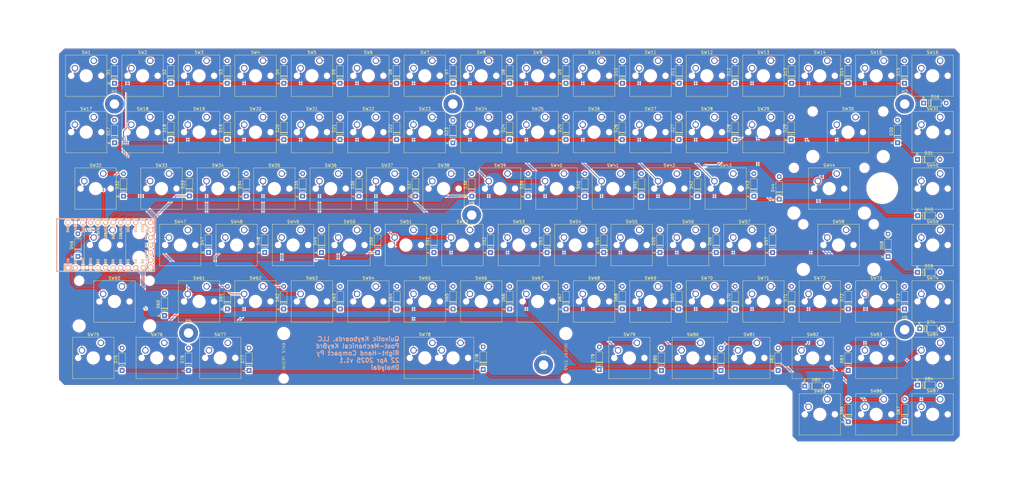
<source format=kicad_pcb>
(kicad_pcb (version 20241229) (generator "pcbnew") (generator_version "9.0")
  (title_block (title "Post-Mechanical Right Compact Py") (date "2025-04-19") (rev "1.1") (company "Quixotic Keyboards, LLC") (comment 2 "Final for the new tight case and future minimalist case") (comment 3 "Redux for the Maple Elite-Pi") (comment 4 "Moved U1 inboard for case clearance"))
  (layers (0 "F.Cu" signal) (2 "B.Cu" signal) (13 "F.Paste" user) (15 "B.Paste" user) (5 "F.SilkS" user "F.Silkscreen") (7 "B.SilkS" user "B.Silkscreen") (1 "F.Mask" user) (3 "B.Mask" user) (25 "Edge.Cuts" user))
  (net 0 "")
  (net 1 "Net-(D1-A)")
  (net 2 "Row0")
  (net 3 "Net-(D17-A)")
  (net 4 "Row1")
  (net 5 "Net-(D18-A)")
  (net 6 "Net-(D19-A)")
  (net 7 "Net-(D20-A)")
  (net 8 "Net-(D21-A)")
  (net 9 "Net-(D22-A)")
  (net 10 "Net-(D23-A)")
  (net 11 "Row5")
  (net 12 "Net-(D24-A)")
  (net 13 "Net-(D25-A)")
  (net 14 "Net-(D26-A)")
  (net 15 "Net-(D27-A)")
  (net 16 "Net-(D28-A)")
  (net 17 "Net-(D29-A)")
  (net 18 "Net-(D30-A)")
  (net 19 "Net-(D31-A)")
  (net 20 "Net-(D32-A)")
  (net 21 "Net-(D33-A)")
  (net 22 "Row2")
  (net 23 "Net-(D34-A)")
  (net 24 "Net-(D35-A)")
  (net 25 "Net-(D36-A)")
  (net 26 "Net-(D37-A)")
  (net 27 "Net-(D38-A)")
  (net 28 "Net-(D39-A)")
  (net 29 "Net-(D40-A)")
  (net 30 "Net-(D41-A)")
  (net 31 "Net-(D42-A)")
  (net 32 "Net-(D43-A)")
  (net 33 "Net-(D51-A)")
  (net 34 "Row3")
  (net 35 "Net-(D52-A)")
  (net 36 "Net-(D53-A)")
  (net 37 "Net-(D54-A)")
  (net 38 "Net-(D55-A)")
  (net 39 "Net-(D56-A)")
  (net 40 "Row4")
  (net 41 "Net-(D75-A)")
  (net 42 "Net-(D76-A)")
  (net 43 "Net-(D77-A)")
  (net 44 "Net-(D78-A)")
  (net 45 "Net-(D79-A)")
  (net 46 "Net-(D80-A)")
  (net 47 "Net-(D81-A)")
  (net 48 "Net-(D82-A)")
  (net 49 "Net-(D83-A)")
  (net 50 "Net-(D84-A)")
  (net 51 "Net-(D85-A)")
  (net 52 "Net-(D86-A)")
  (net 53 "Net-(D87-A)")
  (net 54 "Col0")
  (net 55 "Col1")
  (net 56 "Col2")
  (net 57 "Col3")
  (net 58 "Col4")
  (net 59 "Col5")
  (net 60 "Col6")
  (net 61 "Col7")
  (net 62 "Col8")
  (net 63 "Col9")
  (net 64 "Col10")
  (net 65 "Col11")
  (net 66 "Col12")
  (net 67 "Col13")
  (net 68 "Col14")
  (net 69 "Col15")
  (net 70 "GND")
  (net 73 "+5V")
  (net 75 "Net-(D48-A)")
  (net 76 "Net-(D49-A)")
  (net 77 "Net-(D50-A)")
  (net 78 "Net-(D44-A)")
  (net 79 "Net-(D45-A)")
  (net 80 "Net-(D46-A)")
  (net 81 "Net-(D47-A)")
  (net 82 "Net-(D58-A)")
  (net 83 "Net-(D59-A)")
  (net 84 "Net-(D57-A)")
  (net 85 "Net-(D60-A)")
  (net 86 "Net-(D61-A)")
  (net 87 "Net-(D62-A)")
  (net 88 "Net-(D63-A)")
  (net 89 "Net-(D64-A)")
  (net 90 "Net-(D65-A)")
  (net 91 "Net-(D66-A)")
  (net 92 "Net-(D67-A)")
  (net 93 "Net-(D68-A)")
  (net 94 "Net-(D69-A)")
  (net 95 "Net-(D70-A)")
  (net 96 "Net-(D71-A)")
  (net 97 "Net-(D72-A)")
  (net 98 "Net-(D74-A)")
  (net 99 "Net-(D73-A)")
  (net 100 "Net-(D2-A)")
  (net 101 "Net-(D3-A)")
  (net 102 "Net-(D4-A)")
  (net 103 "Net-(D5-A)")
  (net 104 "Net-(D6-A)")
  (net 105 "Net-(D7-A)")
  (net 106 "Net-(D8-A)")
  (net 107 "Net-(D9-A)")
  (net 108 "Net-(D10-A)")
  (net 109 "Net-(D11-A)")
  (net 110 "Net-(D12-A)")
  (net 111 "Net-(D13-A)")
  (net 112 "Net-(D14-A)")
  (net 113 "Net-(D15-A)")
  (net 114 "Net-(D16-A)")
  (footprint "Button_Switch_Keyboard:SW_Cherry_MX_1.00u_PCB" (layer "F.Cu") (at 286.045 70.4975)
    (property "Reference" "SW12")
    (property "Value" "SW_Push")
  )
  (footprint "Diode_THT:D_DO-35_SOD27_P7.62mm_Horizontal" (layer "F.Cu") (at 204.1304 116.2333 90)
    (property "Reference" "D38")
    (property "Value" "1N4148")
  )
  (footprint "Diode_THT:D_DO-35_SOD27_P7.62mm_Horizontal" (layer "F.Cu") (at 350.2058 78.11 90)
    (property "Reference" "D15")
    (property "Value" "1N4148")
  )
  (footprint "Diode_THT:D_DO-35_SOD27_P7.62mm_Horizontal" (layer "F.Cu") (at 354.585 103.8275)
    (property "Reference" "D31")
    (property "Value" "1N4148")
  )
  (footprint "Button_Switch_Keyboard:SW_Cherry_MX_1.00u_PCB" (layer "F.Cu") (at 114.595 70.4975)
    (property "Reference" "SW3")
    (property "Value" "SW_Push")
  )
  (footprint "Button_Switch_Keyboard:SW_Cherry_MX_1.00u_PCB" (layer "F.Cu") (at 114.595 89.5475)
    (property "Reference" "SW19")
    (property "Value" "SW_Push")
  )
  (footprint "Button_Switch_Keyboard:SW_Cherry_MX_1.00u_PCB" (layer "F.Cu") (at 362.2525 184.7975)
    (property "Reference" "SW87")
    (property "Value" "SW_Push")
  )
  (footprint "Diode_THT:D_DO-35_SOD27_P7.62mm_Horizontal" (layer "F.Cu") (at 197.8058 78.11 90)
    (property "Reference" "D7")
    (property "Value" "1N4148")
  )
  (footprint "Button_Switch_Keyboard:SW_Cherry_MX_1.00u_PCB" (layer "F.Cu") (at 228.895 70.4975)
    (property "Reference" "SW9")
    (property "Value" "SW_Push")
  )
  (footprint "Button_Switch_Keyboard:SW_Cherry_MX_1.00u_PCB" (layer "F.Cu") (at 362.2525 165.7475)
    (property "Reference" "SW84")
    (property "Value" "SW_Push")
  )
  (footprint "Diode_THT:D_DO-35_SOD27_P7.62mm_Horizontal" (layer "F.Cu") (at 71.155 136.5575 90)
    (property "Reference" "D46")
    (property "Value" "1N4148")
  )
  (footprint "Button_Switch_Keyboard:SW_Cherry_MX_1.00u_PCB" (layer "F.Cu") (at 324.1525 184.7975)
    (property "Reference" "SW85")
    (property "Value" "SW_Push")
  )
  (footprint "Diode_THT:D_DO-35_SOD27_P7.62mm_Horizontal" (layer "F.Cu") (at 100.395 156.5375 90)
    (property "Reference" "D60")
    (property "Value" "1N4148")
  )
  (footprint "Diode_THT:D_DO-35_SOD27_P7.62mm_Horizontal" (layer "F.Cu") (at 247.154971 174.7375 90)
    (property "Reference" "D79")
    (property "Value" "1N4148")
  )
  (footprint "Diode_THT:D_DO-35_SOD27_P7.62mm_Horizontal" (layer "F.Cu") (at 280.3304 116.2333 90)
    (property "Reference" "D42")
    (property "Value" "1N4148")
  )
  (footprint "Dholydai-Parts:SW_Cherry_MX_1.6666u_PCB" (layer "F.Cu") (at 82.845 127.6475)
    (property "Reference" "SW46")
    (property "Value" "SW_Push")
  )
  (footprint "Button_Switch_Keyboard:SW_Cherry_MX_1.00u_PCB" (layer "F.Cu") (at 343.2 146.6975)
    (property "Reference" "SW73")
    (property "Value" "SW_Push")
  )
  (footprint "Diode_THT:D_DO-35_SOD27_P7.62mm_Horizontal" (layer "F.Cu") (at 286.655 135.25 90)
    (property "Reference" "D56")
    (property "Value" "1N4148")
  )
  (footprint "Button_Switch_Keyboard:SW_Cherry_MX_1.00u_PCB" (layer "F.Cu") (at 305.095 70.4975)
    (property "Reference" "SW13")
    (property "Value" "SW_Push")
  )
  (footprint "Diode_THT:D_DO-35_SOD27_P7.62mm_Horizontal" (layer "F.Cu") (at 305.6796 135.25 90)
    (property "Reference" "D57")
    (property "Value" "1N4148")
  )
  (footprint "Diode_THT:D_DO-35_SOD27_P7.62mm_Horizontal" (layer "F.Cu") (at 350.273052 192.4 90)
    (property "Reference" "D87")
    (property "Value" "1N4148")
  )
  (footprint "Dholydai-Parts:SW_Cherry_MX_2.6666u_PCB" (layer "F.Cu") (at 327.325 108.5975)
    (property "Reference" "SW44")
    (property "Value" "SW_Push")
  )
  (footprint "Diode_THT:D_DO-35_SOD27_P7.62mm_Horizontal" (layer "F.Cu") (at 223.155 116.2333 90)
    (property "Reference" "D39")
    (property "Value" "1N4148")
  )
  (footprint "Diode_THT:D_DO-35_SOD27_P7.62mm_Horizontal" (layer "F.Cu") (at 147.0312 116.2333 90)
    (property "Reference" "D35")
    (property "Value" "1N4148")
  )
  (footprint "Dholydai-Parts:Elite-Pi" (layer "F.Cu") (at 81.765 132.7475)
    (property "Reference" "U1" (hide yes))
    (property "Value" "Elite-Pi" (hide yes))
  )
  (footprint "Diode_THT:D_DO-35_SOD27_P7.62mm_Horizontal" (layer "F.Cu") (at 86.0712 175.1105 90)
    (property "Reference" "D75")
    (property "Value" "1N4148")
  )
  (footprint "Button_Switch_Keyboard:SW_Cherry_MX_1.00u_PCB" (layer "F.Cu") (at 362.245 108.5975)
    (property "Reference" "SW45")
    (property "Value" "SW_Push")
  )
  (footprint "Diode_THT:D_DO-35_SOD27_P7.62mm_Horizontal" (layer "F.Cu") (at 216.932 154.3079 90)
    (property "Reference" "D66")
    (property "Value" "1N4148")
  )
  (footprint "Diode_THT:D_DO-35_SOD27_P7.62mm_Horizontal" (layer "F.Cu") (at 83.5312 98.2 90)
    (property "Reference" "D17")
    (property "Value" "1N4148")
  )
  (footprint "Button_Switch_Keyboard:SW_Cherry_MX_1.00u_PCB" (layer "F.Cu") (at 152.695 89.5475)
    (property "Reference" "SW21")
    (property "Value" "SW_Push")
  )
  (footprint "Diode_THT:D_DO-35_SOD27_P7.62mm_Horizontal" (layer "F.Cu") (at 159.6296 78.11 90)
    (property "Reference" "D5")
    (property "Value" "1N4148")
  )
  (footprint "Button_Switch_Keyboard:SW_Cherry_MX_1.00u_PCB" (layer "F.Cu") (at 95.545 89.5475)
    (property "Reference" "SW18")
    (property "Value" "SW_Push")
  )
  (footprint "Button_Switch_Keyboard:SW_Cherry_MX_1.00u_PCB" (layer "F.Cu") (at 146.345 127.6475)
    (property "Reference" "SW49")
    (property "Value" "SW_Push")
  )
  (footprint "Button_Switch_Keyboard:SW_Cherry_MX_1.00u_PCB" (layer "F.Cu") (at 190.795 89.5475)
    (property "Reference" "SW23")
    (property "Value" "SW_Push")
  )
  (footprint "Diode_THT:D_DO-35_SOD27_P7.62mm_Horizontal" (layer "F.Cu") (at 293.005 97.158 90)
    (property "Reference" "D28")
    (property "Value" "1N4148")
  )
  (footprint "Diode_THT:D_DO-35_SOD27_P7.62mm_Horizontal" (layer "F.Cu") (at 347.875 98.2 90)
    (property "Reference" "D30")
    (property "Value" "1N4148")
  )
  (footprint "Button_Switch_Keyboard:SW_Cherry_MX_1.00u_PCB" (layer "F.Cu") (at 184.445 127.6475)
    (property "Reference" "SW51")
    (property "Value" "SW_Push")
  )
  (footprint "Diode_THT:D_DO-35_SOD27_P7.62mm_Horizontal" (layer "F.Cu") (at 153.3812 135.25 90)
    (property "Reference" "D49")
    (property "Value" "1N4148")
  )
  (footprint "Button_Switch_Keyboard:SW_Cherry_MX_1.00u_PCB" (layer "F.Cu") (at 228.9 146.6975)
    (property "Reference" "SW67")
    (property "Value" "SW_Push")
  )
  (footprint "Button_Switch_Keyboard:SW_Cherry_MX_1.00u_PCB" (layer "F.Cu") (at 305.1 146.6875)
    (property "Reference" "SW71")
    (property "Value" "SW_Push")
  )
  (footprint "Button_Switch_Keyboard:SW_Cherry_MX_1.00u_PCB" (layer "F.Cu") (at 273.3475 108.60125)
    (property "Reference" "SW42")
    (property "Value" "SW_Push")
  )
  (footprint "Diode_THT:D_DO-35_SOD27_P7.62mm_Horizontal" (layer "F.Cu") (at 299.355 116.2333 90)
    (property "Reference" "D43")
    (property "Value" "1N4148")
  )
  (footprint "Diode_THT:D_DO-35_SOD27_P7.62mm_Horizontal" (layer "F.Cu") (at 331.213356 192.4 90)
    (property "Reference" "D86")
    (property "Value" "1N4148")
  )
  (footprint "Button_Switch_Keyboard:SW_Cherry_MX_1.00u_PCB" (layer "F.Cu") (at 292.3975 108.60125)
    (property "Reference" "SW43")
    (property "Value" "SW_Push")
  )
  (footprint "Button_Switch_Keyboard:SW_Cherry_MX_1.00u_PCB" (layer "F.Cu") (at 152.695 70.4975)
    (property "Reference" "SW5")
    (property "Value" "SW_Push")
  )
  (footprint "Button_Switch_Keyboard:SW_Cherry_MX_1.00u_PCB" (layer "F.Cu") (at 114.6 146.6975)
    (property "Reference" "SW61")
    (property "Value" "SW_Push")
  )
  (footprint "Diode_THT:D_DO-35_SOD27_P7.62mm_Horizontal" (layer "F.Cu") (at 331.205 175.085 90)
    (property "Reference" "D83")
    (property "Value" "1N4148")
  )
  (footprint "Diode_THT:D_DO-35_SOD27_P7.62mm_Horizontal" (layer "F.Cu") (at 354.625 141.93625)
    (property "Reference" "D59")
    (property "Value" "1N4148")
  )
  (footprint "Diode_THT:D_DO-35_SOD27_P7.62mm_Horizontal" (layer "F.Cu") (at 197.735 98.2275 90)
    (property "Reference" "D23")
    (property "Value" "1N4148")
  )
  (footprint "Diode_THT:D_DO-35_SOD27_P7.62mm_Horizontal" (layer "F.Cu") (at 121.6058 154.3079 90)
    (property "Reference" "D61")
    (property "Value" "1N4148")
  )
  (footprint "Dholydai-Parts:SW_Ch_Inv_MX_6.00u_PCB_Stagger" (layer "F.Cu") (at 190.8025 165.7475)
    (property "Reference" "SW78")
    (property "Value" "SW_Push")
  )
  (footprint "Button_Switch_Keyboard:SW_Cherry_MX_1.00u_PCB" (layer "F.Cu") (at 241.595 127.6475)
    (property "Reference" "SW54")
    (property "Value" "SW_Push")
  )
  (footprint "Button_Switch_Keyboard:SW_Cherry_MX_1.00u_PCB" (layer "F.Cu") (at 254.2975 108.60125)
    (property "Reference" "SW41")
    (property "Value" "SW_Push")
  )
  (footprint "Diode_THT:D_DO-35_SOD27_P7.62mm_Horizontal" (layer "F.Cu") (at 293.0558 154.3079 90)
    (property "Reference" "D70")
    (property "Value" "1N4148")
  )
  (footprint "Button_Switch_Keyboard:SW_Cherry_MX_1.00u_PCB" (layer "F.Cu") (at 101.905 108.5975)
    (property "Reference" "SW33")
    (property "Value" "SW_Push")
  )
  (footprint "Button_Switch_Keyboard:SW_Cherry_MX_1.00u_PCB" (layer "F.Cu") (at 171.75 146.6975)
    (property "Reference" "SW64")
    (property "Value" "SW_Push")
  )
  (footprint "Button_Switch_Keyboard:SW_Cherry_MX_1.00u_PCB" (layer "F.Cu") (at 190.8 146.6975)
    (property "Reference" "SW65")
    (property "Value" "SW_Push")
  )
  (footprint "Diode_THT:D_DO-35_SOD27_P7.62mm_Horizontal" (layer "F.Cu") (at 172.3296 135.25 90)
    (property "Reference" "D50")
    (property "Value" "1N4148")
  )
  (footprint "Diode_THT:D_DO-35_SOD27_P7.62mm_Horizontal" (layer "F.Cu") (at 216.8812 97.158 90)
    (property "Reference" "D24")
    (property "Value" "1N4148")
  )
  (footprint "Diode_THT:D_DO-35_SOD27_P7.62mm_Horizontal" (layer "F.Cu") (at 254.9812 78.11 90)
    (property "Reference" "D10")
    (property "Value" "1N4148")
  )
  (footprint "Button_Switch_Keyboard:SW_Cherry_MX_1.00u_PCB" (layer "F.Cu") (at 209.845 70.4975)
    (property "Reference" "SW8")
    (property "Value" "SW_Push")
  )
  (footprint "Diode_THT:D_DO-35_SOD27_P7.62mm_Horizontal" (layer "F.Cu") (at 274.1328 78.11 90)
    (property "Reference" "D11")
    (property "Value" "1N4148")
  )
  (footprint "Button_Switch_Keyboard:SW_Cherry_MX_1.00u_PCB" (layer "F.Cu") (at 133.645 89.5475)
    (property "Reference" "SW20")
    (property "Value" "SW_Push")
  )
  (footprint "Button_Switch_Keyboard:SW_Cherry_MX_1.00u_PCB" (layer "F.Cu") (at 343.2025 165.7475)
    (property "Reference" "SW83")
    (property "Value" "SW_Push")
  )
  (footprint "Button_Switch_Keyboard:SW_Cherry_MX_1.00u_PCB" (layer "F.Cu") (at 266.995 89.5475)
    (property "Reference" "SW27")
    (property "Value" "SW_Push")
  )
  (footprint "Button_Switch_Keyboard:SW_Cherry_MX_1.00u_PCB" (layer "F.Cu") (at 222.545 127.6475)
    (property "Reference" "SW53")
    (property "Value" "SW_Push")
  )
  (footprint "Diode_THT:D_DO-35_SOD27_P7.62mm_Horizontal" (layer "F.Cu") (at 140.6812 78.11 90)
    (property "Reference" "D4")
    (property "Value" "1N4148")
  )
  (footprint "Diode_THT:D_DO-35_SOD27_P7.62mm_Horizontal" (layer "F.Cu") (at 248.682 135.25 90)
    (property "Reference" "D54")
    (property "Value" "1N4148")
  )
  (footprint "Button_Switch_Keyboard:SW_Cherry_MX_1.00u_PCB" (layer "F.Cu") (at 260.645 127.6475)
    (property "Reference" "SW55")
    (property "Value" "SW_Push")
  )
  (footprint "Diode_THT:D_DO-35_SOD27_P7.62mm_Horizontal" (layer "F.Cu") (at 274.0566 97.158 90)
    (property "Reference" "D27")
    (property "Value" "1N4148")
  )
  (footprint "Button_Switch_Keyboard:SW_Cherry_MX_1.00u_PCB" (layer "F.Cu") (at 108.245 127.6475)
    (property "Reference" "SW47")
    (property "Value" "SW_Push")
  )
  (footprint "MountingHole:MountingHole_3.2mm_M3_Pad" (layer "F.Cu") (at 197.755 85.1175)
    (property "Reference" "H3")
    (property "Value" "Hole")
  )
  (footprint "MountingHole:MountingHole_3.2mm_M3_Pad" (layer "F.Cu") (at 350.2566 161.3183)
    (property "Reference" "H5")
    (property "Value" "Hole")
  )
  (footprint "Diode_THT:D_DO-35_SOD27_P7.62mm_Horizontal" (layer "F.Cu") (at 274.0058 154.3079 90)
    (property "Reference" "D69")
    (property "Value" "1N4148")
  )
  (footprint "Diode_THT:D_DO-35_SOD27_P7.62mm_Horizontal" (layer "F.Cu") (at 178.832 154.3079 90)
    (property "Reference" "D64")
    (property "Value" "1N4148")
  )
  (footprint "Diode_THT:D_DO-35_SOD27_P7.62mm_Horizontal" (layer "F.Cu") (at 354.665 122.8375)
    (property "Reference" "D45")
    (property "Value" "1N4148")
  )
  (footprint "Diode_THT:D_DO-35_SOD27_P7.62mm_Horizontal" (layer "F.Cu") (at 140.6812 97.158 90)
    (property "Reference" "D20")
    (property "Value" "1N4148")
  )
  (footprint "Diode_THT:D_DO-35_SOD27_P7.62mm_Horizontal" (layer "F.Cu") (at 121.555 78.11 90)
    (property "Reference" "D3")
    (property "Value" "1N4148")
  )
  (footprint "Button_Switch_Keyboard:SW_Cherry_MX_1.00u_PCB" (layer "F.Cu") (at 209.845 89.5475)
    (property "Reference" "SW24")
    (property "Value" "SW_Push")
  )
  (footprint "Button_Switch_Keyboard:SW_Cherry_MX_1.00u_PCB" (layer "F.Cu") (at 281.29 165.7475)
    (property "Reference" "SW80")
    (property "Value" "SW_Push")
  )
  (footprint "Diode_THT:D_DO-35_SOD27_P7.62mm_Horizontal" (layer "F.Cu") (at 191.3288 135.25 90)
    (property "Reference" "D51")
    (property "Value" "1N4148")
  )
  (footprint "Button_Switch_Keyboard:SW_Cherry_MX_1.00u_PCB" (layer "F.Cu") (at 171.745 89.5475)
    (property "Reference" "SW22")
    (property "Value" "SW_Push")
  )
  (footprint "Diode_THT:D_DO-35_SOD27_P7.62mm_Horizontal" (layer "F.Cu") (at 268.131914 175.1 90)
    (property "Reference" "D80")
    (property "Value" "1N4148")
  )
  (footprint "Diode_THT:D_DO-35_SOD27_P7.62mm_Horizontal" (layer "F.Cu") (at 216.9066 78.11 90)
    (property "Reference" "D8")
    (property "Value" "1N4148")
  )
  (footprint "Diode_THT:D_DO-35_SOD27_P7.62mm_Horizontal" (layer "F.Cu") (at 311.9534 97.158 90)
    (property "Reference" "D29")
    (property "Value" "1N4148")
  )
  (footprint "Diode_THT:D_DO-35_SOD27_P7.62mm_Horizontal" (layer "F.Cu") (at 159.6804 97.158 90)
    (property "Reference" "D21")
    (property "Value" "1N4148")
  )
  (footprint "Diode_THT:D_DO-35_SOD27_P7.62mm_Horizontal" (layer "F.Cu") (at 254.9304 154.3079 90)
    (property "Reference" "D68")
    (property "Value" "1N4148")
  )
  (footprint "Button_Switch_Keyboard:SW_Cherry_MX_1.00u_PCB" (layer "F.Cu") (at 267 146.6975)
    (property "Reference" "SW69")
    (property "Value" "SW_Push")
  )
  (footprint "Diode_THT:D_DO-35_SOD27_P7.62mm_Horizontal" (layer "F.Cu") (at 312.1058 154.3079 90)
    (property "Reference" "D71")
    (property "Value" "1N4148")
  )
  (footprint "Diode_THT:D_DO-35_SOD27_P7.62mm_Horizontal" (layer "F.Cu") (at 344.655 136.6375 90)
    (property "Reference" "D58")
    (property "Value" "1N4148")
  )
  (footprint "Button_Switch_Keyboard:SW_Cherry_MX_1.00u_PCB" (layer "F.Cu") (at 235.2475 108.60125)
    (property "Reference" "SW40")
    (property "Value" "SW_Push")
  )
  (footprint "Diode_THT:D_DO-35_SOD27_P7.62mm_Horizontal" (layer "F.Cu") (at 235.9058 78.11 90)
    (property "Reference" "D9")
    (property "Value" "1N4148")
  )
  (footprint "Diode_THT:D_DO-35_SOD27_P7.62mm_Horizontal" (layer "F.Cu") (at 207.985 174.7375 90)
    (property "Reference" "D78")
    (property "Value" "1N4148")
  )
  (footprint "Diode_THT:D_DO-35_SOD27_P7.62mm_Horizontal" (layer "F.Cu") (at 86.555 116.2475 90)
    (property "Reference" "D32")
    (property "Value" "1N4148")
  )
  (footprint "Button_Switch_Keyboard:SW_Cherry_MX_1.25u_PCB" (layer "F.Cu") (at 78.88 165.7475)
    (property "Reference" "SW75")
    (property "Value" "SW_Push")
  )
  (footprint "Button_Switch_Keyboard:SW_Cherry_MX_1.00u_PCB" (layer "F.Cu") (at 133.645 70.4975)
    (property "Reference" "SW4")
    (property "Value" "SW_Push")
  )
  (footprint "Diode_THT:D_DO-35_SOD27_P7.62mm_Horizontal" (layer "F.Cu") (at 185.1058 116.2333 90)
    (property "Reference" "D37")
    (property "Value" "1N4148")
  )
  (footprint "Button_Switch_Keyboard:SW_Cherry_MX_1.00u_PCB" (layer "F.Cu") (at 228.895 89.5475)
    (property "Reference" "SW25")
    (property "Value" "SW_Push")
  )
  (footprint "Button_Switch_Keyboard:SW_Cherry_MX_1.00u_PCB" (layer "F.Cu") (at 165.395 127.6475)
    (property "Reference" "SW50")
    (property "Value" "SW_Push")
  )
  (footprint "Diode_THT:D_DO-35_SOD27_P7.62mm_Horizontal" (layer "F.Cu") (at 197.8058 154.3079 90)
    (property "Reference" "D65")
    (property "Value" "1N4148")
  )
  (footprint "Button_Switch_Keyboard:SW_Cherry_MX_1.00u_PCB" (layer "F.Cu") (at 133.65 146.6975)
    (property "Reference" "SW62")
    (property "Value" "SW_Push")
  )
  (footprint "Diode_THT:D_DO-35_SOD27_P7.62mm_Horizontal" (layer "F.Cu") (at 102.505 97.158 90)
    (property "Reference" "D18")
    (property "Value" "1N4148")
  )
  (footprint "Diode_THT:D_DO-35_SOD27_P7.62mm_Horizontal" (layer "F.Cu") (at 331.135 78.11 90)
    (property "Reference" "D14")
    (property "Value" "1N4148")
  )
  (footprint "Button_Switch_Keyboard:SW_Cherry_MX_1.00u_PCB" (layer "F.Cu") (at 190.795 70.4975)
    (property "Reference" "SW7")
    (property "Value" "SW_Push")
  )
  (footprint "MountingHole:MountingHole_3.2mm_M3_Pad" (layer "F.Cu") (at 83.4804 85.12)
    (property "Reference" "H1")
    (property "Value" "Hole")
  )
  (footprint "Diode_THT:D_DO-35_SOD27_P7.62mm_Horizontal" (layer "F.Cu") (at 261.382 116.2333 90)
    (property "Reference" "D41")
    (property "Value" "1N4148")
  )
  (footprint "Button_Switch_Keyboard:SW_Cherry_MX_1.00u_PCB" (layer "F.Cu") (at 362.25 146.6975)
    (property "Reference" "SW74")
    (property "Value" "SW_Push")
  )
  (footprint "Button_Switch_Keyboard:SW_Cherry_MX_1.00u_PCB" (layer "F.Cu") (at 247.945 89.5475)
    (property "Reference" "SW26")
    (property "Value" "SW_Push")
  )
  (footprint "Diode_THT:D_DO-35_SOD27_P7.62mm_Horizontal" (layer "F.Cu") (at 312.1058 78.11 90)
    (property "Reference" "D13")
    (property "Value" "1N4148")
  )
  (footprint "Button_Switch_Keyboard:SW_Cherry_MX_1.00u_PCB" (layer "F.Cu") (at 76.495 70.4975)
    (property "Reference" "SW1")
    (property "Value" "SW_Push")
  )
  (footprint "Dholydai-Parts:SW_Cherry_MX_1.3333u_PCB" (layer "F.Cu") (at 79.67 108.5975)
    (property "Reference" "SW32")
    (property "Value" "SW_Push")
  )
  (footprint "Button_Switch_Keyboard:SW_Cherry_MX_2.00u_PCB" (layer "F.Cu") (at 333.675 89.5475)
    (property "Reference" "SW30")
    (property "Value" "SW_Push")
  )
  (footprint "Diode_THT:D_DO-35_SOD27_P7.62mm_Horizontal" (layer "F.Cu") (at 355.3366 160.9881)
    (property "Reference" "D74")
    (property "Value" "1N4148")
  )
  (footprint "Diode_THT:D_DO-35_SOD27_P7.62mm_Horizontal" (layer "F.Cu") (at 166.0304 116.2333 90)
    (property "Reference" "D36")
    (property "Value" "1N4148")
  )
  (footprint "Diode_THT:D_DO-35_SOD27_P7.62mm_Horizontal" (layer "F.Cu") (at 356.6828 84.8135)
    (property "Reference" "D16")
    (property "Value" "1N4148")
  )
  (footprint "Button_Switch_Keyboard:SW_Cherry_MX_1.00u_PCB" (layer "F.Cu") (at 171.745 70.4975)
    (property "Reference" "SW6")
    (property "Value" "SW_Push")
  )
  (footprint "Dholydai-Parts:SW_Cherry_MX_2.3333u_PCB" (layer "F.Cu") (at 330.485 127.63)
    (property "Reference" "SW58")
    (property "Value" "SW_Push")
  )
  (footprint "Button_Switch_Keyboard:SW_Cherry_MX_1.00u_PCB" (layer "F.Cu") (at 362.245 127.64875)
    (property "Reference" "SW59")
    (property "Value" "SW_Push")
  )
  (footprint "Button_Switch_Keyboard:SW_Cherry_MX_1.00u_PCB" (layer "F.Cu") (at 298.745 127.6475)
    (property "Reference" "SW57")
    (property "Value" "SW_Push")
  )
  (footprint "Button_Switch_Keyboard:SW_Cherry_MX_1.00u_PCB" (layer "F.Cu") (at 324.15 146.6875)
    (property "Reference" "SW72")
    (property "Value" "SW_Push")
  )
  (footprint "Diode_THT:D_DO-35_SOD27_P7.62mm_Horizontal" (layer "F.Cu") (at 83.4804 78.11 90)
    (property "Reference" "D1")
    (property "Value" "1N4148")
  )
  (footprint "MountingHole:MountingHole_3.2mm_M3_Pad" (layer "F.Cu") (at 350.2566 85.12)
    (property "Reference" "H2")
    (property "Value" "Hole")
  )
  (footprint "Diode_THT:D_DO-35_SOD27_P7.62mm_Horizontal" (layer "F.Cu") (at 331.232 154.3079 90)
    (property "Reference" "D72")
    (property "Value" "1N4148")
  )
  (footprint "Button_Switch_Keyboard:SW_Cherry_MX_2.00u_PCB" (layer "F.Cu") (at 86.025 146.6975)
    (property "Reference" "SW60")
    (property "Value" "SW_Push")
  )
  (footprint "Button_Switch_Keyboard:SW_Cherry_MX_1.00u_PCB" (layer "F.Cu") (at 120.95 108.6025)
    (property "Reference" "SW34")
    (property "Value" "SW_Push")
  )
  (footprint "Button_Switch_Keyboard:SW_Cherry_MX_1.00u_PCB" (layer "F.Cu") (at 152.7 146.6975)
    (property "Reference" "SW63")
    (property "Value" "SW_Push")
  )
  (footprint "Diode_THT:D_DO-35_SOD27_P7.62mm_Horizontal" (layer "F.Cu") (at 293.005 78.11 90)
    (property "Reference" "D12")
    (property "Value" "1N4148")
  )
  (footprint "Diode_THT:D_DO-35_SOD27_P7.62mm_Horizontal" (layer "F.Cu") (at 288.263012 175.1 90)
    (property "Reference" "D81")
    (property "Value" "1N4148")
  )
  (footprint "Button_Switch_Keyboard:SW_Cherry_MX_1.00u_PCB" (layer "F.Cu") (at 197.15 108.6025)
    (property "Reference" "SW38")
    (property "Value" "SW_Push")
  )
  (footprint "Diode_THT:D_DO-35_SOD27_P7.62mm_Horizontal" (layer "F.Cu") (at 140.6304 154.3079 90)
    (property "Reference" "D62")
    (property "Value" "1N4148")
  )
  (footprint "Diode_THT:D_DO-35_SOD27_P7.62mm_Horizontal" (layer "F.Cu") (at 127.9812 116.2333 90)
    (property "Reference" "D34")
    (property "Value" "1N4148")
  )
  (footprint "Diode_THT:D_DO-35_SOD27_P7.62mm_Horizontal" (layer "F.Cu") (at 108.5248 175.1105 90)
    (property "Reference" "D76")
    (property "Value" "1N4148")
  )
  (footprint "Diode_THT:D_DO-35_SOD27_P7.62mm_Horizontal" (layer "F.Cu") (at 178.7558 97.158 90)
    (property "Reference" "D22")
    (property "Value" "1N4148")
  )
  (footprint "Button_Switch_Keyboard:SW_Cherry_MX_1.00u_PCB" (layer "F.Cu") (at 100.31125 165.7475)
    (property "Reference" "SW76")
    (property "Value" "SW_Push")
  )
  (footprint "Button_Switch_Keyboard:SW_Cherry_MX_1.00u_PCB" (layer "F.Cu") (at 203.495 127.6475)
    (property "Reference" "SW52")
    (property "Value" "SW_Push")
  )
  (footprint "Diode_THT:D_DO-35_SOD27_P7.62mm_Horizontal" (layer "F.Cu") (at 121.555 97.158 90)
    (property "Reference" "D19")
    (property "Value" "1N4148")
  )
  (footprint "Button_Switch_Keyboard:SW_Cherry_MX_1.00u_PCB" (layer "F.Cu") (at 300.34 165.7475)
    (property "Reference" "SW81")
    (property "Value" "SW_Push")
  )
  (footprint "MountingHole:MountingHole_3.2mm_M3_Pad" (layer "F.Cu") (at 108.4994 162.436)
    (property "Reference" "H4")
    (property "Value" "Hole")
  )
  (footprint "Diode_THT:D_DO-35_SOD27_P7.62mm_Horizontal" (layer "F.Cu") (at 134.2296 135.21 90)
    (property "Reference" "D48")
    (property "Value" "1N4148")
  )
  (footprint "Button_Switch_Keyboard:SW_Cherry_MX_1.00u_PCB" (layer "F.Cu") (at 362.245 70.4975)
    (property "Reference" "SW16")
    (property "Value" "SW_Push")
  )
  (footprint "Button_Switch_Keyboard:SW_Cherry_MX_1.00u_PCB" (layer "F.Cu") (at 266.995 70.4975)
    (property "Reference" "SW11")
    (property "Value" "SW_Push")
  )
  (footprint "Button_Switch_Keyboard:SW_Cherry_MX_1.00u_PCB" (layer "F.Cu") (at 362.25 89.5475)
    (property "Reference" "SW31")
    (property "Value" "SW_Push")
  )
  (footprint "Button_Switch_Keyboard:SW_Cherry_MX_1.00u_PCB" (layer "F.Cu") (at 209.85 146.6975)
    (property "Reference" "SW66")
    (property "Value" "SW_Push")
  )
  (footprint "Diode_THT:D_DO-35_SOD27_P7.62mm_Horizontal" (layer "F.Cu") (at 210.455 135.25 90)
    (property "Reference" "D52")
    (property "Value" "1N4148")
  )
  (footprint "Button_Switch_Keyboard:SW_Cherry_MX_1.00u_PCB" (layer "F.Cu") (at 247.95 146.6975)
    (property "Reference" "SW68")
    (property "Value" "SW_Push")
  )
  (footprint "Button_Switch_Keyboard:SW_Cherry_MX_1.00u_PCB" (layer "F.Cu") (at 286.05 146.6875)
    (property "Reference" "SW70")
    (property "Value" "SW_Push")
  )
  (footprint "Button_Switch_Keyboard:SW_Cherry_MX_1.25u_PCB" (layer "F.Cu") (at 321.77125 165.7475)
    (property "Reference" "SW82")
    (property "Value" "SW_Push")
  )
  (footprint "Diode_THT:D_DO-35_SOD27_P7.62mm_Horizontal" (layer "F.Cu") (at 307.5338 175.085 90)
    (property "Reference" "D82")
    (property "Value" "1N4148")
  )
  (footprint "Button_Switch_Keyboard:SW_Cherry_MX_1.00u_PCB" (layer "F.Cu") (at 279.695 127.6475)
    (property "Reference" "SW56")
    (property "Value" "SW_Push")
  )
  (footprint "Button_Switch_Keyboard:SW_Cherry_MX_1.00u_PCB" (layer "F.Cu") (at 343.2025 184.7975)
    (property "Reference" "SW86")
    (property "Value" "SW_Push")
  )
  (footprint "Diode_THT:D_DO-35_SOD27_P7.62mm_Horizontal" (layer "F.Cu") (at 235.9312 97.158 90)
    (property "Reference" "D25")
    (property "Value" "1N4148")
  )
  (footprint "Button_Switch_Keyboard:SW_Cherry_MX_1.00u_PCB" (layer "F.Cu") (at 305.095 89.5475)
    (property "Reference" "SW29")
    (property "Value" "SW_Push")
  )
  (footprint "Diode_THT:D_DO-35_SOD27_P7.62mm_Horizontal" (layer "F.Cu") (at 115.2558 135.21 90)
    (property "Reference" "D47")
    (property "Value" "1N4148")
  )
  (footprint "Button_Switch_Keyboard:SW_Cherry_MX_1.00u_PCB" (layer "F.Cu") (at 159.05 108.6025)
    (property "Reference" "SW36")
    (property "Value" "SW_Push")
  )
  (footprint "Button_Switch_Keyboard:SW_Cherry_MX_1.00u_PCB" (layer "F.Cu") (at 178.1 108.6025)
    (property "Reference" "SW37")
    (property "Value" "SW_Push")
  )
  (footprint "Diode_THT:D_DO-35_SOD27_P7.62mm_Horizontal" (layer "F.Cu") (at 229.5558 135.25 90)
    (property "Reference" "D53")
    (property "Value" "1N4148")
  )
  (footprint "Button_Switch_Keyboard:SW_Cherry_MX_1.25u_PCB" (layer "F.Cu") (at 121.745 165.7475)
    (property "Reference" "SW77")
    (property "Value" "SW_Push")
  )
  (footprint "Button_Switch_Keyboard:SW_Cherry_MX_1.00u_PCB" (layer "F.Cu") (at 76.495 89.5475)
    (property "Reference" "SW17")
    (property "Value" "SW_Push")
  )
  (footprint "Button_Switch_Keyboard:SW_Cherry_MX_1.00u_PCB" (layer "F.Cu") (at 216.19875 108.60125)
    (property "Reference" "SW39")
    (property "Value" "SW_Push")
  )
  (footprint "Button_Switch_Keyboard:SW_Cherry_MX_1.00u_PCB" (layer "F.Cu") (at 247.945 70.4975)
    (property "Reference" "SW10")
    (property "Value" "SW_Push")
  )
  (footprint "Diode_THT:D_DO-35_SOD27_P7.62mm_Horizontal" (layer "F.Cu") (at 178.7304 78.11 90)
    (property "Reference" "D6")
    (property "Value" "1N4148")
  )
  (footprint "Button_Switch_Keyboard:SW_Cherry_MX_1.00u_PCB" (layer "F.Cu") (at 127.295 127.6475)
    (property "Reference" "SW48")
    (property "Value" "SW_Push")
  )
  (footprint "Button_Switch_Keyboard:SW_Cherry_MX_1.00u_PCB" (layer "F.Cu") (at 343.195 70.4975)
    (property "Reference" "SW15")
    (property "Value" "SW_Push")
  )
  (footprint "Button_Switch_Keyboard:SW_Cherry_MX_1.00u_PCB" (layer "F.Cu") (at 324.145 70.4975)
    (property "Reference" "SW14")
    (property "Value" "SW_Push")
  )
  (footprint "Diode_THT:D_DO-35_SOD27_P7.62mm_Horizontal" (layer "F.Cu") (at 254.9304 97.158 90)
    (property "Reference" "D26")
    (property "Value" "1N4148")
  )
  (footprint "Button_Switch_Keyboard:SW_Cherry_MX_1.25u_PCB" (layer "F.Cu") (at 259.85875 165.7475)
    (property "Reference" "SW79")
    (property "Value" "SW_Push")
  )
  (footprint "Button_Switch_Keyboard:SW_Cherry_MX_1.00u_PCB" (layer "F.Cu") (at 140 108.6025)
    (property "Reference" "SW35")
    (property "Value" "SW_Push")
  )
  (footprint "Button_Switch_Keyboard:SW_Cherry_MX_1.00u_PCB" (layer "F.Cu") (at 286.045 89.5475)
    (property "Reference" "SW28")
    (property "Value" "SW_Push")
  )
  (footprint "Diode_THT:D_DO-35_SOD27_P7.62mm_Horizontal" (layer "F.Cu") (at 307.915 117.2475 90)
    (property "Reference" "D44")
    (property "Value" "1N4148")
  )
  (footprint "MountingHole:MountingHole_3.2mm_M3_Pad" (layer "F.Cu") (at 228.365 173.2)
    (property "Reference" "H7")
    (property "Value" "Hole")
  )
  (footprint "Button_Switch_Keyboard:SW_Cherry_MX_1.00u_PCB" (layer "F.Cu") (at 95.545 70.4975)
    (property "Reference" "SW2")
    (property "Value" "SW_Push")
  )
  (footprint "Diode_THT:D_DO-35_SOD27_P7.62mm_Horizontal" (layer "F.Cu") (at 354.6325 180.035)
    (property "Reference" "D84")
    (property "Value" "1N4148")
  )
  (footprint "Diode_THT:D_DO-35_SOD27_P7.62mm_Horizontal" (layer "F.Cu") (at 267.6304 135.25 90)
    (property "Reference" "D55")
    (property "Value" "1N4148")
  )
  (footprint "Diode_THT:D_DO-35_SOD27_P7.62mm_Horizontal" (layer "F.Cu") (at 235.9312 154.3079 90)
    (property "Reference" "D67")
    (property "Value" "1N4148")
  )
  (footprint "Diode_THT:D_DO-35_SOD27_P7.62mm_Horizontal" (layer "F.Cu") (at 350.2058 154.3079 90)
    (property "Reference" "D73")
    (property "Value" "1N4148")
  )
  (footprint "Diode_THT:D_DO-35_SOD27_P7.62mm_Horizontal" (layer "F.Cu") (at 102.505 78.11 90)
    (property "Reference" "D2")
    (property "Value" "1N4148")
  )
  (footprint "Diode_THT:D_DO-35_SOD27_P7.62mm_Horizontal" (layer "F.Cu") (at 316.545001 180.3575)
    (property "Reference" "D85")
    (property "Value" "1N4148")
  )
  (footprint "Diode_THT:D_DO-35_SOD27_P7.62mm_Horizontal" (layer "F.Cu") (at 108.765 116.1775 90)
    (property "Reference" "D33")
    (property "Value" "1N4148")
  )
  (footprint "Diode_THT:D_DO-35_SOD27_P7.62mm_Horizontal" (layer "F.Cu") (at 159.7312 154.3079 90)
    (property "Reference" "D63")
    (property "Value" "1N4148")
  )
  (footprint "Diode_THT:D_DO-35_SOD27_P7.62mm_Horizontal" (layer "F.Cu") (at 242.2812 116.2333 90)
    (property "Reference" "D40")
    (property "Value" "1N4148")
  )
  (footprint "MountingHole:MountingHole_3.2mm_M3_Pad" (layer "F.Cu") (at 204.105 122.6087)
    (property "Reference" "H6")
    (property "Value" "Hole")
  )
  (footprint "Diode_THT:D_DO-35_SOD27_P7.62mm_Horizontal" (layer "F.Cu") (at 128.921 175.0851 90)
    (property "Reference" "D77")
    (property "Value" "1N4148")
  )
  (gr_line (start 310 180.35) (end 312 182.3) (stroke (width 0.05)) (layer "Edge.Cuts"))
  (gr_line (start 369.225 68.0175) (end 367.255 66.0175) (stroke (width 0.05)) (layer "Edge.Cuts"))
  (gr_line (start 312 197.4) (end 314 199.4) (stroke (width 0.05)) (layer "Edge.Cuts"))
  (gr_line (start 312 182.3) (end 312 197.4) (stroke (width 0.05)) (layer "Edge.Cuts"))
  (gr_line (start 66.405001 180.35) (end 310 180.35) (stroke (width 0.05)) (layer "Edge.Cuts"))
  (gr_circle (center 91.9 128.4) (end 93.9 128.4) (stroke (width 0.05)) (fill no) (layer "Edge.Cuts"))
  (gr_line (start 64.405 68.0175) (end 64.405 178.3) (stroke (width 0.05)) (layer "Edge.Cuts"))
  (gr_line (start 64.405 68.0175) (end 66.43 66.0175) (stroke (width 0.05)) (layer "Edge.Cuts"))
  (gr_line (start 367.225 199.4) (end 314 199.4) (stroke (width 0.05)) (layer "Edge.Cuts"))
  (gr_line (start 369.225 197.4) (end 369.225 68.0175) (stroke (width 0.05)) (layer "Edge.Cuts"))
  (gr_line (start 369.225 197.4) (end 367.225 199.4) (stroke (width 0.05)) (layer "Edge.Cuts"))
  (gr_circle (center 91.9 137.05) (end 93.9 137.05) (stroke (width 0.05)) (fill no) (layer "Edge.Cuts"))
  (gr_line (start 66.43 66.0175) (end 367.255 66.0175) (stroke (width 0.05)) (layer "Edge.Cuts"))
  (gr_circle (center 342.7 113.5) (end 347.7 113.5) (stroke (width 0.05)) (fill no) (layer "Edge.Cuts"))
  (gr_line (start 64.405 178.3) (end 66.405001 180.35) (stroke (width 0.05)) (layer "Edge.Cuts"))
  (gr_text "Quixotic Keyboards, LLC\nPost-Mechanical KeyBrd\nRight-Hand Compact Py\n22 Apr 2025 v1.1\nDholydai\n" (at 179.848 174.9327 0) (layer "B.SilkS") (effects (font (size 1.5 1.5) (thickness 0.3) (bold yes)) (justify left bottom mirror)))
  (segment (start 76.495 70.4975) (end 83.4729 70.4975) (width 0.2) (layer "F.Cu") (net 1))
  (segment (start 83.4729 70.4975) (end 83.4804 70.49) (width 0.2) (layer "F.Cu") (net 1))
  (segment (start 96.9123 126.4902) (end 96.9123 123.556181) (width 0.2) (layer "F.Cu") (net 2))
  (segment (start 96.9123 123.556181) (end 92.002174 118.646055) (width 0.2) (layer "F.Cu") (net 2))
  (segment (start 87.5508 105.550264) (end 87.5508 103.016629) (width 0.2) (layer "F.Cu") (net 2))
  (segment (start 92.002174 118.646055) (end 92.002174 110.001638) (width 0.2) (layer "F.Cu") (net 2))
  (segment (start 92.002174 110.001638) (end 87.5508 105.550264) (width 0.2) (layer "F.Cu") (net 2))
  (segment (start 87.0872 102.553029) (end 87.0872 97.5389) (width 0.2) (layer "F.Cu") (net 2))
  (segment (start 95.735 127.6675) (end 96.9123 126.4902) (width 0.2) (layer "F.Cu") (net 2))
  (segment (start 87.5508 103.016629) (end 87.0872 102.553029) (width 0.2) (layer "F.Cu") (net 2))
  (via (at 87.0872 97.5389) (size 0.6) (drill 0.3) (layers "F.Cu" "B.Cu") (net 2))
  (segment (start 293.005 78.11) (end 274.1328 78.11) (width 0.2) (layer "B.Cu") (net 2))
  (segment (start 274.1328 78.11) (end 254.9812 78.11) (width 0.2) (layer "B.Cu") (net 2))
  (segment (start 331.135 78.11) (end 312.1058 78.11) (width 0.2) (layer "B.Cu") (net 2))
  (segment (start 83.4804 78.11) (end 102.505 78.11) (width 0.2) (layer "B.Cu") (net 2))
  (segment (start 350.2058 78.11) (end 350.2058 78.3365) (width 0.2) (layer "B.Cu") (net 2))
  (segment (start 86.6046 94.2369) (end 86.6046 95.8371) (width 0.2) (layer "B.Cu") (net 2))
  (segment (start 86.9804 81.61) (end 86.9804 93.8611) (width 0.2) (layer "B.Cu") (net 2))
  (segment (start 216.9066 78.11) (end 197.8058 78.11) (width 0.2) (layer "B.Cu") (net 2))
  (segment (start 178.7304 78.11) (end 197.8058 78.11) (width 0.2) (layer "B.Cu") (net 2))
  (segment (start 350.2291 78.11) (end 350.409 77.9301) (width 0.2) (layer "B.Cu") (net 2))
  (segment (start 350.2058 78.11) (end 331.135 78.11) (width 0.2) (layer "B.Cu") (net 2))
  (segment (start 86.9804 93.8611) (end 86.6046 94.2369) (width 0.2) (layer "B.Cu") (net 2))
  (segment (start 235.9058 78.11) (end 216.9066 78.11) (width 0.2) (layer "B.Cu") (net 2))
  (segment (start 350.2058 78.3365) (end 356.6828 84.8135) (width 0.2) (layer "B.Cu") (net 2))
  (segment (start 121.555 78.11) (end 102.505 78.11) (width 0.2) (layer "B.Cu") (net 2))
  (segment (start 83.4804 78.11) (end 86.9804 81.61) (width 0.2) (layer "B.Cu") (net 2))
  (segment (start 140.6812 78.11) (end 159.6296 78.11) (width 0.2) (layer "B.Cu") (net 2))
  (segment (start 350.2058 78.11) (end 350.2291 78.11) (width 0.2) (layer "B.Cu") (net 2))
  (segment (start 87.0872 96.3197) (end 87.0872 97.5389) (width 0.2) (layer "B.Cu") (net 2))
  (segment (start 140.6812 78.11) (end 121.555 78.11) (width 0.2) (layer "B.Cu") (net 2))
  (segment (start 86.6046 95.8371) (end 87.0872 96.3197) (width 0.2) (layer "B.Cu") (net 2))
  (segment (start 178.7304 78.11) (end 159.6296 78.11) (width 0.2) (layer "B.Cu") (net 2))
  (segment (start 293.005 78.11) (end 312.1058 78.11) (width 0.2) (layer "B.Cu") (net 2))
  (segment (start 254.9812 78.11) (end 235.9058 78.11) (width 0.2) (layer "B.Cu") (net 2))
  (segment (start 82.4987 89.5475) (end 83.5312 90.58) (width 0.2) (layer "F.Cu") (net 3))
  (segment (start 76.495 89.5475) (end 82.4987 89.5475) (width 0.2) (layer "F.Cu") (net 3))
  (segment (start 92.402174 109.835952) (end 92.402174 118.480369) (width 0.2) (layer "F.Cu") (net 4))
  (segment (start 87.9508 102.5681) (end 87.9508 105.384578) (width 0.2) (layer "F.Cu") (net 4))
  (segment (start 97.3133 128.6292) (end 97.3133 123.391495) (width 0.2) (layer "F.Cu") (net 4))
  (segment (start 95.735 130.2075) (end 97.3133 128.6292) (width 0.2) (layer "F.Cu") (net 4))
  (segment (start 87.9508 105.384578) (end 92.402174 109.835952) (width 0.2) (layer "F.Cu") (net 4))
  (segment (start 97.3133 123.391495) (end 92.402174 118.480369) (width 0.2) (layer "F.Cu") (net 4))
  (via (at 87.9508 102.5681) (size 0.6) (drill 0.3) (layers "F.Cu" "B.Cu") (net 4))
  (segment (start 303.528402 96.9775) (end 303.703602 96.8023) (width 0.2) (layer "B.Cu") (net 4))
  (segment (start 303.703602 96.8023) (end 311.5977 96.8023) (width 0.2) (layer "B.Cu") (net 4))
  (segment (start 102.505 97.158) (end 121.555 97.158) (width 0.2) (layer "B.Cu") (net 4))
  (segment (start 83.5827 98.2) (end 87.9508 102.5681) (width 0.2) (layer "B.Cu") (net 4))
  (segment (start 235.9312 97.158) (end 254.9304 97.158) (width 0.2) (layer "B.Cu") (net 4))
  (segment (start 311.5977 96.8023) (end 311.9534 97.158) (width 0.2) (layer "B.Cu") (net 4))
  (segment (start 87.9 102.5681) (end 87.9508 102.5681) (width 0.2) (layer "B.Cu") (net 4))
  (segment (start 293.3607 96.8023) (end 301.406398 96.8023) (width 0.2) (layer "B.Cu") (net 4))
  (segment (start 301.406398 96.8023) (end 301.581598 96.9775) (width 0.2) (layer "B.Cu") (net 4))
  (segment (start 101.463 98.2) (end 83.5312 98.2) (width 0.2) (layer "B.Cu") (net 4))
  (segment (start 102.505 97.158) (end 101.463 98.2) (width 0.2) (layer "B.Cu") (net 4))
  (segment (start 196.6655 97.158) (end 197.735 98.2275) (width 0.2) (layer "B.Cu") (net 4))
  (segment (start 301.581598 96.9775) (end 303.528402 96.9775) (width 0.2) (layer "B.Cu") (net 4))
  (segment (start 83.5312 98.2) (end 83.5827 98.2) (width 0.2) (layer "B.Cu") (net 4))
  (segment (start 216.8812 97.158) (end 198.8045 97.158) (width 0.2) (layer "B.Cu") (net 4))
  (segment (start 254.9304 97.158) (end 274.0566 97.158) (width 0.2) (layer "B.Cu") (net 4))
  (segment (start 159.6804 97.158) (end 178.7558 97.158) (width 0.2) (layer "B.Cu") (net 4))
  (segment (start 348.9575 98.2) (end 354.585 103.8275) (width 0.2) (layer "B.Cu") (net 4))
  (segment (start 346.833 97.158) (end 347.875 98.2) (width 0.2) (layer "B.Cu") (net 4))
  (segment (start 140.6812 97.158) (end 159.6804 97.158) (width 0.2) (layer "B.Cu") (net 4))
  (segment (start 198.8045 97.158) (end 197.735 98.2275) (width 0.2) (layer "B.Cu") (net 4))
  (segment (start 347.875 98.2) (end 348.9575 98.2) (width 0.2) (layer "B.Cu") (net 4))
  (segment (start 274.0566 97.158) (end 293.005 97.158) (width 0.2) (layer "B.Cu") (net 4))
  (segment (start 311.9534 97.158) (end 346.833 97.158) (width 0.2) (layer "B.Cu") (net 4))
  (segment (start 293.005 97.158) (end 293.3607 96.8023) (width 0.2) (layer "B.Cu") (net 4))
  (segment (start 178.7558 97.158) (end 196.6655 97.158) (width 0.2) (layer "B.Cu") (net 4))
  (segment (start 216.8812 97.158) (end 235.9312 97.158) (width 0.2) (layer "B.Cu") (net 4))
  (segment (start 121.555 97.158) (end 140.6812 97.158) (width 0.2) (layer "B.Cu") (net 4))
  (segment (start 102.4955 89.5475) (end 102.505 89.538) (width 0.2) (layer "F.Cu") (net 5))
  (segment (start 95.545 89.5475) (end 102.4955 89.5475) (width 0.2) (layer "F.Cu") (net 5))
  (segment (start 114.595 89.5475) (end 121.5455 89.5475) (width 0.2) (layer "F.Cu") (net 6))
  (segment (start 121.5455 89.5475) (end 121.555 89.538) (width 0.2) (layer "F.Cu") (net 6))
  (segment (start 140.6717 89.5475) (end 140.6812 89.538) (width 0.2) (layer "F.Cu") (net 7))
  (segment (start 133.645 89.5475) (end 140.6717 89.5475) (width 0.2) (layer "F.Cu") (net 7))
  (segment (start 159.6709 89.5475) (end 159.6804 89.538) (width 0.2) (layer "F.Cu") (net 8))
  (segment (start 152.695 89.5475) (end 159.6709 89.5475) (width 0.2) (layer "F.Cu") (net 8))
  (segment (start 178.7463 89.5475) (end 178.7558 89.538) (width 0.2) (layer "F.Cu") (net 9))
  (segment (start 171.745 89.5475) (end 178.7463 89.5475) (width 0.2) (layer "F.Cu") (net 9))
  (segment (start 190.795 89.5475) (end 196.675 89.5475) (width 0.2) (layer "F.Cu") (net 10))
  (segment (start 196.675 89.5475) (end 197.735 90.6075) (width 0.2) (layer "F.Cu") (net 10))
  (segment (start 324.685001 188.4975) (end 316.545001 180.3575) (width 0.2) (layer "F.Cu") (net 11))
  (segment (start 92.707 142.4195) (end 92.707 153.4466) (width 0.2) (layer "F.Cu") (net 11))
  (segment (start 88.085 168.5247) (end 86.0712 170.5385) (width 0.2) (layer "F.Cu") (net 11))
  (segment (start 88.085 158.0686) (end 88.085 168.5247) (width 0.2) (layer "F.Cu") (net 11))
  (segment (start 92.707 153.4466) (end 88.085 158.0686) (width 0.2) (layer "F.Cu") (net 11))
  (segment (start 86.0712 170.5385) (end 86.0712 175.1105) (width 0.2) (layer "F.Cu") (net 11))
  (segment (start 90.655 140.3675) (end 92.707 142.4195) (width 0.2) (layer "F.Cu") (net 11))
  (segment (start 327.310856 188.4975) (end 324.685001 188.4975) (width 0.2) (layer "F.Cu") (net 11))
  (segment (start 331.213356 192.4) (end 327.310856 188.4975) (width 0.2) (layer "F.Cu") (net 11))
  (segment (start 287.200512 174.0375) (end 288.263012 175.1) (width 0.2) (layer "B.Cu") (net 11))
  (segment (start 289.325512 174.0375) (end 306.4863 174.0375) (width 0.2) (layer "B.Cu") (net 11))
  (segment (start 331.213356 192.4) (end 330.113356 191.3) (width 0.2) (layer "B.Cu") (net 11))
  (segment (start 349.173052 184.324365) (end 349.173052 191.3) (width 0.2) (layer "B.Cu") (net 11))
  (segment (start 246.464971 174.0475) (end 247.154971 174.7375) (width 0.2) (layer "B.Cu") (net 11))
  (segment (start 207.985 174.7375) (end 207.995 174.7375) (width 0.2) (layer "B.Cu") (net 11))
  (segment (start 233.825 177.1575) (end 236.935 174.0475) (width 0.2) (layer "B.Cu") (net 11))
  (segment (start 247.854971 174.0375) (end 247.154971 174.7375) (width 0.2) (layer "B.Cu") (net 11))
  (segment (start 210.415 177.1575) (end 233.825 177.1575) (width 0.2) (layer "B.Cu") (net 11))
  (segment (start 108.5248 175.1105) (end 86.0712 175.1105) (width 0.2) (layer "B.Cu") (net 11))
  (segment (start 354.6325 180.035) (end 353.462417 180.035) (width 0.2) (layer "B.Cu") (net 11))
  (segment (start 350.273052 192.4) (end 331.213356 192.4) (width 0.2) (layer "B.Cu") (net 11))
  (segment (start 330.113356 176.176644) (end 331.205 175.085) (width 0.2) (layer "B.Cu") (net 11))
  (segment (start 207.985 174.7375) (end 207.1294 175.5931) (width 0.2) (layer "B.Cu") (net 11))
  (segment (start 236.935 174.0475) (end 246.464971 174.0475) (width 0.2) (layer "B.Cu") (net 11))
  (segment (start 316.545001 180.3575) (end 316.545001 176.557499) (width 0.2) (layer "B.Cu") (net 11))
  (segment (start 316.545001 176.537501) (end 316.545001 180.3575) (width 0.2) (layer "B.Cu") (net 11))
  (segment (start 108.5248 175.1105) (end 108.601 175.1105) (width 0.2) (layer "B.Cu") (net 11))
  (segment (start 315.0925 175.085) (end 316.545001 176.537501) (width 0.2) (layer "B.Cu") (net 11))
  (segment (start 268.131914 175.1) (end 269.194414 174.0375) (width 0.2) (layer "B.Cu") (net 11))
  (segment (start 267.069414 174.0375) (end 247.854971 174.0375) (width 0.2) (layer "B.Cu") (net 11))
  (segment (start 207.995 174.7375) (end 210.415 177.1575) (width 0.2) (layer "B.Cu") (net 11))
  (segment (start 129.429 175.5931) (end 128.921 175.0851) (width 0.2) (layer "B.Cu") (net 11))
  (segment (start 269.194414 174.0375) (end 287.200512 174.0375) (width 0.2) (layer "B.Cu") (net 11))
  (segment (start 268.131914 175.1) (end 267.069414 174.0375) (width 0.2) (layer "B.Cu") (net 11))
  (segment (start 108.6264 175.0851) (end 128.921 175.0851) (width 0.2) (layer "B.Cu") (net 11))
  (segment (start 307.5338 175.085) (end 315.0925 175.085) (width 0.2) (layer "B.Cu") (net 11))
  (segment (start 353.462417 180.035) (end 349.173052 184.324365) (width 0.2) (layer "B.Cu") (net 11))
  (segment (start 306.4863 174.0375) (end 307.5338 175.085) (width 0.2) (layer "B.Cu") (net 11))
  (segment (start 330.113356 191.3) (end 330.113356 176.176644) (width 0.2) (layer "B.Cu") (net 11))
  (segment (start 288.263012 175.1) (end 289.325512 174.0375) (width 0.2) (layer "B.Cu") (net 11))
  (segment (start 108.601 175.1105) (end 108.6264 175.0851) (width 0.2) (layer "B.Cu") (net 11))
  (segment (start 349.173052 191.3) (end 350.273052 192.4) (width 0.2) (layer "B.Cu") (net 11))
  (segment (start 207.1294 175.5931) (end 129.429 175.5931) (width 0.2) (layer "B.Cu") (net 11))
  (segment (start 216.8717 89.5475) (end 216.8812 89.538) (width 0.2) (layer "F.Cu") (net 12))
  (segment (start 209.845 89.5475) (end 216.8717 89.5475) (width 0.2) (layer "F.Cu") (net 12))
  (segment (start 228.895 89.5475) (end 235.9217 89.5475) (width 0.2) (layer "F.Cu") (net 13))
  (segment (start 235.9217 89.5475) (end 235.9312 89.538) (width 0.2) (layer "F.Cu") (net 13))
  (segment (start 247.945 89.5475) (end 254.9209 89.5475) (width 0.2) (layer "F.Cu") (net 14))
  (segment (start 254.9209 89.5475) (end 254.9304 89.538) (width 0.2) (layer "F.Cu") (net 14))
  (segment (start 266.995 89.5475) (end 274.0471 89.5475) (width 0.2) (layer "F.Cu") (net 15))
  (segment (start 274.0471 89.5475) (end 274.0566 89.538) (width 0.2) (layer "F.Cu") (net 15))
  (segment (start 292.9955 89.5475) (end 293.005 89.538) (width 0.2) (layer "F.Cu") (net 16))
  (segment (start 286.045 89.5475) (end 292.9955 89.5475) (width 0.2) (layer "F.Cu") (net 16))
  (segment (start 311.9439 89.5475) (end 311.9534 89.538) (width 0.2) (layer "F.Cu") (net 17))
  (segment (start 305.095 89.5475) (end 311.9439 89.5475) (width 0.2) (layer "F.Cu") (net 17))
  (segment (start 333.675 89.5475) (end 346.8425 89.5475) (width 0.2) (layer "F.Cu") (net 18))
  (segment (start 346.8425 89.5475) (end 347.875 90.58) (width 0.2) (layer "F.Cu") (net 18))
  (segment (start 362.25 103.7825) (end 362.205 103.8275) (width 0.2) (layer "F.Cu") (net 19))
  (segment (start 362.25 89.5475) (end 362.25 103.7825) (width 0.2) (layer "F.Cu") (net 19))
  (segment (start 86.525 108.5975) (end 86.555 108.6275) (width 0.2) (layer "F.Cu") (net 20))
  (segment (start 79.67 108.5975) (end 86.525 108.5975) (width 0.2) (layer "B.Cu") (net 20))
  (segment (start 108.725 108.5975) (end 108.765 108.5575) (width 0.2) (layer "F.Cu") (net 21))
  (segment (start 101.905 108.5975) (end 108.725 108.5975) (width 0.2) (layer "F.Cu") (net 21))
  (segment (start 185.1058 116.2333) (end 204.1304 116.2333) (width 0.2) (layer "F.Cu") (net 22))
  (segment (start 98.66 121.9325) (end 104.415 116.1775) (width 0.2) (layer "F.Cu") (net 22))
  (segment (start 104.415 116.1775) (end 108.765 116.1775) (width 0.2) (layer "F.Cu") (net 22))
  (via (at 98.66 121.9325) (size 0.6) (drill 0.3) (layers "F.Cu" "B.Cu") (net 22))
  (segment (start 300.3692 117.2475) (end 299.355 116.2333) (width 0.2) (layer "B.Cu") (net 22))
  (segment (start 308.533194 117.865694) (end 339.223194 117.865694) (width 0.2) (layer "B.Cu") (net 22))
  (segment (start 261.382 116.2333) (end 242.2812 116.2333) (width 0.2) (layer "B.Cu") (net 22))
  (segment (start 280.3304 116.2333) (end 261.382 116.2333) (width 0.2) (layer "B.Cu") (net 22))
  (segment (start 307.915 117.2475) (end 308.533194 117.865694) (width 0.2) (layer "B.Cu") (net 22))
  (segment (start 127.9254 116.1775) (end 127.9812 116.2333) (width 0.2) (layer "B.Cu") (net 22))
  (segment (start 204.1304 116.2333) (end 223.155 116.2333) (width 0.2) (layer "B.Cu") (net 22))
  (segment (start 299.355 116.2333) (end 280.3304 116.2333) (width 0.2) (layer "B.Cu") (net 22))
  (segment (start 127.9812 116.2333) (end 147.0312 116.2333) (width 0.2) (layer "B.Cu") (net 22))
  (segment (start 185.1058 116.2333) (end 166.0304 116.2333) (width 0.2) (layer "B.Cu") (net 22))
  (segment (start 147.0312 116.2333) (end 166.0304 116.2333) (width 0.2) (layer "B.Cu") (net 22))
  (segment (start 86.625 116.1775) (end 86.555 116.2475) (width 0.2) (layer "B.Cu") (net 22))
  (segment (start 307.915 117.2475) (end 300.3692 117.2475) (width 0.2) (layer "B.Cu") (net 22))
  (segment (start 108.765 116.1775) (end 127.9254 116.1775) (width 0.2) (layer "B.Cu") (net 22))
  (segment (start 344.195 122.8375) (end 354.665 122.8375) (width 0.2) (layer "B.Cu") (net 22))
  (segment (start 339.223194 117.865694) (end 344.195 122.8375) (width 0.2) (layer "B.Cu") (net 22))
  (segment (start 96.975 131.5075) (end 95.735 132.7475) (width 0.2) (layer "B.Cu") (net 22))
  (segment (start 108.765 116.1775) (end 86.625 116.1775) (width 0.2) (layer "B.Cu") (net 22))
  (segment (start 242.2812 116.2333) (end 223.155 116.2333) (width 0.2) (layer "B.Cu") (net 22))
  (segment (start 96.975 123.6175) (end 96.975 131.5075) (width 0.2) (layer "B.Cu") (net 22))
  (segment (start 98.66 121.9325) (end 96.975 123.6175) (width 0.2) (layer "B.Cu") (net 22))
  (segment (start 127.9704 108.6025) (end 127.9812 108.6133) (width 0.2) (layer "F.Cu") (net 23))
  (segment (start 120.95 108.6025) (end 127.9704 108.6025) (width 0.2) (layer "F.Cu") (net 23))
  (segment (start 147.0204 108.6025) (end 147.0312 108.6133) (width 0.2) (layer "F.Cu") (net 24))
  (segment (start 140 108.6025) (end 147.0204 108.6025) (width 0.2) (layer "F.Cu") (net 24))
  (segment (start 159.05 108.6025) (end 166.0196 108.6025) (width 0.2) (layer "F.Cu") (net 25))
  (segment (start 166.0196 108.6025) (end 166.0304 108.6133) (width 0.2) (layer "F.Cu") (net 25))
  (segment (start 185.095 108.6025) (end 185.1058 108.6133) (width 0.2) (layer "F.Cu") (net 26))
  (segment (start 178.1 108.6025) (end 185.095 108.6025) (width 0.2) (layer "F.Cu") (net 26))
  (segment (start 204.1196 108.6025) (end 204.1304 108.6133) (width 0.2) (layer "F.Cu") (net 27))
  (segment (start 197.15 108.6025) (end 204.1196 108.6025) (width 0.2) (layer "F.Cu") (net 27))
  (segment (start 223.14295 108.60125) (end 223.155 108.6133) (width 0.2) (layer "F.Cu") (net 28))
  (segment (start 216.19875 108.60125) (end 223.14295 108.60125) (width 0.2) (layer "F.Cu") (net 28))
  (segment (start 235.2475 108.60125) (end 242.26915 108.60125) (width 0.2) (layer "F.Cu") (net 29))
  (segment (start 242.26915 108.60125) (end 242.2812 108.6133) (width 0.2) (layer "F.Cu") (net 29))
  (segment (start 261.36995 108.60125) (end 261.382 108.6133) (width 0.2) (layer "F.Cu") (net 30))
  (segment (start 254.2975 108.60125) (end 261.36995 108.60125) (width 0.2) (layer "F.Cu") (net 30))
  (segment (start 280.31835 108.60125) (end 280.3304 108.6133) (width 0.2) (layer "F.Cu") (net 31))
  (segment (start 273.3475 108.60125) (end 280.31835 108.60125) (width 0.2) (layer "F.Cu") (net 31))
  (segment (start 292.3975 108.60125) (end 299.34295 108.60125) (width 0.2) (layer "F.Cu") (net 32))
  (segment (start 299.34295 108.60125) (end 299.355 108.6133) (width 0.2) (layer "F.Cu") (net 32))
  (segment (start 184.445 127.6475) (end 191.3113 127.6475) (width 0.2) (layer "F.Cu") (net 33))
  (segment (start 191.3113 127.6475) (end 191.3288 127.63) (width 0.2) (layer "F.Cu") (net 33))
  (segment (start 89.835 134.4775) (end 94.925 134.4775) (width 0.2) (layer "F.Cu") (net 34))
  (segment (start 87.755 136.5575) (end 89.835 134.4775) (width 0.2) (layer "F.Cu") (net 34))
  (segment (start 94.925 134.4775) (end 95.735 135.2875) (width 0.2) (layer "F.Cu") (net 34))
  (segment (start 161.4155 135.25) (end 172.3296 135.25) (width 0.2) (layer "F.Cu") (net 34))
  (segment (start 161.0266 135.6389) (end 161.4155 135.25) (width 0.2) (layer "F.Cu") (net 34))
  (segment (start 71.155 136.5575) (end 87.755 136.5575) (width 0.2) (layer "F.Cu") (net 34))
  (via (at 161.0266 135.6389) (size 0.6) (drill 0.3) (layers "F.Cu" "B.Cu") (net 34))
  (segment (start 134.2296 135.21) (end 135.1729 136.1533) (width 0.2) (layer "B.Cu") (net 34))
  (segment (start 115.2558 135.21) (end 114.3125 136.1533) (width 0.2) (layer "B.Cu") (net 34))
  (segment (start 114.3125 136.1533) (end 100.2092 136.1533) (width 0.2) (layer "B.Cu") (net 34))
  (segment (start 95.735 135.2875) (end 97.9406 137.4931) (width 0.2) (layer "B.Cu") (net 34))
  (segment (start 172.3296 133.766186) (end 174.568286 131.5275) (width 0.2) (layer "B.Cu") (net 34))
  (segment (start 172.3296 135.25) (end 172.3296 133.766186) (width 0.2) (layer "B.Cu") (net 34))
  (segment (start 152.4779 136.1533) (end 153.3812 135.25) (width 0.2) (layer "B.Cu") (net 34))
  (segment (start 174.568286 131.5275) (end 177.322056 131.5275) (width 0.2) (layer "B.Cu") (net 34))
  (segment (start 229.5558 135.25) (end 248.682 135.25) (width 0.2) (layer "B.Cu") (net 34))
  (segment (start 160.5122 136.1533) (end 154.2845 136.1533) (width 0.2) (layer "B.Cu") (net 34))
  (segment (start 177.322056 131.5275) (end 181.044556 135.25) (width 0.2) (layer "B.Cu") (net 34))
  (segment (start 161.0266 135.6389) (end 160.5122 136.1533) (width 0.2) (layer "B.Cu") (net 34))
  (segment (start 267.6304 135.25) (end 286.655 135.25) (width 0.2) (layer "B.Cu") (net 34))
  (segment (start 133.2863 136.1533) (end 134.2296 135.21) (width 0.2) (layer "B.Cu") (net 34))
  (segment (start 210.455 135.25) (end 229.5558 135.25) (width 0.2) (layer "B.Cu") (net 34))
  (segment (start 135.1729 136.1533) (end 152.4779 136.1533) (width 0.2) (layer "B.Cu") (net 34))
  (segment (start 154.2845 136.1533) (end 153.3812 135.25) (width 0.2) (layer "B.Cu") (net 34))
  (segment (start 116.1991 136.1533) (end 133.2863 136.1533) (width 0.2) (layer "B.Cu") (net 34))
  (segment (start 115.2558 135.21) (end 116.1991 136.1533) (width 0.2) (layer "B.Cu") (net 34))
  (segment (start 343.2675 135.25) (end 344.655 136.6375) (width 0.2) (layer "B.Cu") (net 34))
  (segment (start 286.655 135.25) (end 305.6796 135.25) (width 0.2) (layer "B.Cu") (net 34))
  (segment (start 191.3288 135.25) (end 210.455 135.25) (width 0.2) (layer "B.Cu") (net 34))
  (segment (start 248.682 135.25) (end 267.6304 135.25) (width 0.2) (layer "B.Cu") (net 34))
  (segment (start 305.6796 135.25) (end 343.2675 135.25) (width 0.2) (layer "B.Cu") (net 34))
  (segment (start 181.044556 135.25) (end 191.3288 135.25) (width 0.2) (layer "B.Cu") (net 34))
  (segment (start 354.625 141.93625) (end 349.95375 141.93625) (width 0.2) (layer "B.Cu") (net 34))
  (segment (start 100.2092 136.1533) (end 98.8694 137.4931) (width 0.2) (layer "B.Cu") (net 34))
  (segment (start 97.9406 137.4931) (end 98.8694 137.4931) (width 0.2) (layer "B.Cu") (net 34))
  (segment (start 349.95375 141.93625) (end 344.655 136.6375) (width 0.2) (layer "B.Cu") (net 34))
  (segment (start 210.4375 127.6475) (end 210.455 127.63) (width 0.2) (layer "F.Cu") (net 35))
  (segment (start 203.495 127.6475) (end 210.4375 127.6475) (width 0.2) (layer "F.Cu") (net 35))
  (segment (start 229.5383 127.6475) (end 229.5558 127.63) (width 0.2) (layer "F.Cu") (net 36))
  (segment (start 222.545 127.6475) (end 229.5383 127.6475) (width 0.2) (layer "F.Cu") (net 36))
  (segment (start 241.595 127.6475) (end 248.6645 127.6475) (width 0.2) (layer "F.Cu") (net 37))
  (segment (start 248.6645 127.6475) (end 248.682 127.63) (width 0.2) (layer "F.Cu") (net 37))
  (segment (start 260.645 127.6475) (end 267.6129 127.6475) (width 0.2) (layer "F.Cu") (net 38))
  (segment (start 267.6129 127.6475) (end 267.6304 127.63) (width 0.2) (layer "F.Cu") (net 38))
  (segment (start 286.6375 127.6475) (end 286.655 127.63) (width 0.2) (layer "F.Cu") (net 39))
  (segment (start 279.695 127.6475) (end 286.6375 127.6475) (width 0.2) (layer "F.Cu") (net 39))
  (segment (start 100.395 156.5375) (end 93.509 149.6515) (width 0.2) (layer "F.Cu") (net 40))
  (segment (start 93.509 149.6515) (end 93.509 141.718454) (width 0.2) (layer "F.Cu") (net 40))
  (segment (start 216.932 154.3079) (end 235.9312 154.3079) (width 0.2) (layer "F.Cu") (net 40))
  (segment (start 94.5577 139.0048) (end 95.735 137.8275) (width 0.2) (layer "F.Cu") (net 40))
  (segment (start 355.3366 160.9881) (end 355.3366 159.4387) (width 0.2) (layer "F.Cu") (net 40))
  (segment (start 93.509 141.718454) (end 94.5577 140.669754) (width 0.2) (layer "F.Cu") (net 40))
  (segment (start 355.3366 159.4387) (end 350.2058 154.3079) (width 0.2) (layer "F.Cu") (net 40))
  (segment (start 94.5577 140.669754) (end 94.5577 139.0048) (width 0.2) (layer "F.Cu") (net 40))
  (segment (start 254.9304 154.3079) (end 274.0058 154.3079) (width 0.2) (layer "B.Cu") (net 40))
  (segment (start 119.3762 156.5375) (end 121.6058 154.3079) (width 0.2) (layer "B.Cu") (net 40))
  (segment (start 331.232 154.3079) (end 350.2058 154.3079) (width 0.2) (layer "B.Cu") (net 40))
  (segment (start 293.0558 154.3079) (end 312.1058 154.3079) (width 0.2) (layer "B.Cu") (net 40))
  (segment (start 312.1058 154.3079) (end 331.232 154.3079) (width 0.2) (layer "B.Cu") (net 40))
  (segment (start 197.8058 154.3079) (end 216.932 154.3079) (width 0.2) (layer "B.Cu") (net 40))
  (segment (start 159.7312 154.3079) (end 178.832 154.3079) (width 0.2) (layer "B.Cu") (net 40))
  (segment (start 121.6058 154.3079) (end 140.6304 154.3079) (width 0.2) (layer "B.Cu") (net 40))
  (segment (start 274.0058 154.3079) (end 293.0558 154.3079) (width 0.2) (layer "B.Cu") (net 40))
  (segment (start 178.832 154.3079) (end 197.8058 154.3079) (width 0.2) (layer "B.Cu") (net 40))
  (segment (start 140.6304 154.3079) (end 159.7312 154.3079) (width 0.2) (layer "B.Cu") (net 40))
  (segment (start 235.9312 154.3079) (end 254.9304 154.3079) (width 0.2) (layer "B.Cu") (net 40))
  (segment (start 100.395 156.5375) (end 119.3762 156.5375) (width 0.2) (layer "B.Cu") (net 40))
  (segment (start 78.88 165.7475) (end 84.3282 165.7475) (width 0.2) (layer "F.Cu") (net 41))
  (segment (start 84.3282 165.7475) (end 86.0712 167.4905) (width 0.2) (layer "F.Cu") (net 41))
  (segment (start 100.31125 165.7475) (end 106.7818 165.7475) (width 0.2) (layer "F.Cu") (net 42))
  (segment (start 106.7818 165.7475) (end 108.5248 167.4905) (width 0.2) (layer "F.Cu") (net 42))
  (segment (start 127.2034 165.7475) (end 128.921 167.4651) (width 0.2) (layer "F.Cu") (net 43))
  (segment (start 121.745 165.7475) (end 127.2034 165.7475) (width 0.2) (layer "F.Cu") (net 43))
  (segment (start 200.3275 165.7475) (end 206.615 165.7475) (width 0.2) (layer "F.Cu") (net 44))
  (segment (start 206.615 165.7475) (end 207.985 167.1175) (width 0.2) (layer "F.Cu") (net 44))
  (segment (start 190.8025 165.7475) (end 200.3275 165.7475) (width 0.2) (layer "F.Cu") (net 44))
  (segment (start 248.524971 165.7475) (end 247.154971 167.1175) (width 0.2) (layer "B.Cu") (net 45))
  (segment (start 259.85875 165.7475) (end 248.524971 165.7475) (width 0.2) (layer "B.Cu") (net 45))
  (segment (start 268.131914 167.48) (end 269.864414 165.7475) (width 0.2) (layer "B.Cu") (net 46))
  (segment (start 269.864414 165.7475) (end 281.29 165.7475) (width 0.2) (layer "B.Cu") (net 46))
  (segment (start 289.995512 165.7475) (end 300.34 165.7475) (width 0.2) (layer "B.Cu") (net 47))
  (segment (start 288.263012 167.48) (end 289.995512 165.7475) (width 0.2) (layer "B.Cu") (net 47))
  (segment (start 321.77125 165.7475) (end 309.2514 165.7475) (width 0.2) (layer "B.Cu") (net 48))
  (segment (start 309.2514 165.7475) (end 307.5338 167.4651) (width 0.2) (layer "B.Cu") (net 48))
  (segment (start 331.205 167.465) (end 332.9225 165.7475) (width 0.2) (layer "B.Cu") (net 49))
  (segment (start 332.9225 165.7475) (end 343.2025 165.7475) (width 0.2) (layer "B.Cu") (net 49))
  (segment (start 362.2525 165.7475) (end 362.2525 180.035) (width 0.2) (layer "F.Cu") (net 50))
  (segment (start 324.165001 180.3575) (end 324.165001 184.784999) (width 0.2) (layer "F.Cu") (net 51))
  (segment (start 324.165001 184.784999) (end 324.1525 184.7975) (width 0.2) (layer "F.Cu") (net 51))
  (segment (start 343.2025 184.7975) (end 331.230856 184.7975) (width 0.2) (layer "B.Cu") (net 52))
  (segment (start 331.230856 184.7975) (end 331.213356 184.78) (width 0.2) (layer "B.Cu") (net 52))
  (segment (start 362.2525 184.7975) (end 350.290552 184.7975) (width 0.2) (layer "B.Cu") (net 53))
  (segment (start 350.290552 184.7975) (end 350.273052 184.78) (width 0.2) (layer "B.Cu") (net 53))
  (segment (start 79.675 149.2375) (end 79.675 157.515) (width 0.2) (layer "F.Cu") (net 54))
  (segment (start 74.0523 127.7448) (end 74.0523 123.10126) (width 0.2) (layer "F.Cu") (net 54))
  (segment (start 70.145 92.0875) (end 70.145 107.9625) (width 0.2) (layer "F.Cu") (net 54))
  (segment (start 72.53 164.66) (end 72.53 168.2875) (width 0.2) (layer "F.Cu") (net 54))
  (segment (start 70.145 107.9625) (end 73.32 111.1375) (width 0.2) (layer "F.Cu") (net 54))
  (segment (start 74.0523 123.10126) (end 73.32 122.36896) (width 0.2) (layer "F.Cu") (net 54))
  (segment (start 76.495 130.1875) (end 74.0523 127.7448) (width 0.2) (layer "F.Cu") (net 54))
  (segment (start 70.145 73.0375) (end 70.145 92.0875) (width 0.2) (layer "F.Cu") (net 54))
  (segment (start 79.675 157.515) (end 72.53 164.66) (width 0.2) (layer "F.Cu") (net 54))
  (segment (start 73.32 111.1375) (end 73.32 122.36896) (width 0.2) (layer "F.Cu") (net 54))
  (segment (start 67.795 140.3675) (end 69.0577 141.6302) (width 0.2) (layer "B.Cu") (net 54))
  (segment (start 69.0577 141.6302) (end 69.0577 145.13675) (width 0.2) (layer "B.Cu") (net 54))
  (segment (start 69.0577 145.46895) (end 69.235 145.64625) (width 0.2) (layer "B.Cu") (net 54))
  (segment (start 76.623015 147.0535) (end 76.624015 147.0525) (width 0.2) (layer "B.Cu") (net 54))
  (segment (start 70.63 147.0525) (end 70.64125 147.0525) (width 0.2) (layer "B.Cu") (net 54))
  (segment (start 69.0577 145.13675) (end 69.0577 145.46895) (width 0.2) (layer "B.Cu") (net 54))
  (segment (start 70.97445 147.0535) (end 76.290815 147.0535) (width 0.2) (layer "B.Cu") (net 54))
  (segment (start 74.085 130.1875) (end 76.495 130.1875) (width 0.2) (layer "B.Cu") (net 54))
  (segment (start 70.64125 147.0525) (end 70.64225 147.0535) (width 0.2) (layer "B.Cu") (net 54))
  (segment (start 69.235 145.6575) (end 70.63 147.0525) (width 0.2) (layer "B.Cu") (net 54))
  (segment (start 76.290815 147.0535) (end 76.623015 147.0535) (width 0.2) (layer "B.Cu") (net 54))
  (segment (start 76.624015 147.0525) (end 77.49 147.0525) (width 0.2) (layer "B.Cu") (net 54))
  (segment (start 67.795 136.4775) (end 74.085 130.1875) (width 0.2) (layer "B.Cu") (net 54))
  (segment (start 70.64225 147.0535) (end 70.97445 147.0535) (width 0.2) (layer "B.Cu") (net 54))
  (segment (start 69.235 145.64625) (end 69.235 145.6575) (width 0.2) (layer "B.Cu") (net 54))
  (segment (start 67.795 140.3675) (end 67.795 136.4775) (width 0.2) (layer "B.Cu") (net 54))
  (segment (start 77.49 147.0525) (end 79.675 149.2375) (width 0.2) (layer "B.Cu") (net 54))
  (segment (start 97.005 134.8675) (end 97.005 131.2175) (width 0.2) (layer "F.Cu") (net 55))
  (segment (start 99.5975 134.865) (end 97.0075 134.865) (width 0.2) (layer "F.Cu") (net 55))
  (segment (start 89.195 92.0875) (end 88.105 93.1775) (width 0.2) (layer "F.Cu") (net 55))
  (segment (start 98.155 130.1875) (end 101.895 130.1875) (width 0.2) (layer "F.Cu") (net 55))
  (segment (start 93.96125 166.493306) (end 93.96125 168.2875) (width 0.2) (layer "F.Cu") (net 55))
  (segment (start 97.0075 134.865) (end 97.005 134.8675) (width 0.2) (layer "F.Cu") (net 55))
  (segment (start 88.105 93.1775) (end 88.172056 93.1775) (width 0.2) (layer "F.Cu") (net 55))
  (segment (start 97.005 131.2175) (end 98.095 130.1275) (width 0.2) (layer "F.Cu") (net 55))
  (segment (start 92.853291 113.098944) (end 94.814735 111.1375) (width 0.2) (layer "F.Cu") (net 55))
  (segment (start 89.125 74.8275) (end 89.125 76.074556) (width 0.2) (layer "F.Cu") (net 55))
  (segment (start 97.725 123.211105) (end 92.853291 118.339396) (width 0.2) (layer "F.Cu") (net 55))
  (segment (start 97.725 129.7575) (end 97.725 123.211105) (width 0.2) (layer "F.Cu") (net 55))
  (segment (start 88.5508 102.319571) (end 88.5508 105.418892) (width 0.2) (layer "F.Cu") (net 55))
  (segment (start 94.814735 111.1375) (end 95.555 111.1375) (width 0.2) (layer "F.Cu") (net 55))
  (segment (start 87.765 97.709629) (end 87.765 101.5375) (width 0.2) (layer "F.Cu") (net 55))
  (segment (start 89.125 94.130444) (end 89.125 96.349629) (width 0.2) (layer "F.Cu") (net 55))
  (segment (start 94.269408 111.1375) (end 95.555 111.1375) (width 0.2) (layer "F.Cu") (net 55))
  (segment (start 88.199329 101.9681) (end 88.5508 102.319571) (width 0.2) (layer "F.Cu") (net 55))
  (segment (start 99.5975 134.865) (end 108.25 143.5175) (width 0.2) (layer "F.Cu") (net 55))
  (segment (start 89.125 96.349629) (end 87.765 97.709629) (width 0.2) (layer "F.Cu") (net 55))
  (segment (start 88.5508 105.418892) (end 94.269408 111.1375) (width 0.2) (layer "F.Cu") (net 55))
  (segment (start 108.25 149.2375) (end 108.25 152.204556) (width 0.2) (layer "F.Cu") (net 55))
  (segment (start 88.105 77.094556) (end 88.105 90.9975) (width 0.2) (layer "F.Cu") (net 55))
  (segment (start 108.25 152.204556) (end 93.96125 166.493306) (width 0.2) (layer "F.Cu") (net 55))
  (segment (start 108.25 143.5175) (end 108.25 149.2375) (width 0.2) (layer "F.Cu") (net 55))
  (segment (start 88.1956 101.9681) (end 88.199329 101.9681) (width 0.2) (layer "F.Cu") (net 55))
  (segment (start 89.195 73.0375) (end 88.265 73.9675) (width 0.2) (layer "F.Cu") (net 55))
  (segment (start 88.105 90.9975) (end 89.195 92.0875) (width 0.2) (layer "F.Cu") (net 55))
  (segment (start 88.265 73.9675) (end 89.125 74.8275) (width 0.2) (layer "F.Cu") (net 55))
  (segment (start 98.095 130.1275) (end 97.725 129.7575) (width 0.2) (layer "F.Cu") (net 55))
  (segment (start 88.172056 93.1775) (end 89.125 94.130444) (width 0.2) (layer "F.Cu") (net 55))
  (segment (start 87.765 101.5375) (end 88.1956 101.9681) (width 0.2) (layer "F.Cu") (net 55))
  (segment (start 92.853291 118.339396) (end 92.853291 113.098944) (width 0.2) (layer "F.Cu") (net 55))
  (segment (start 98.095 130.1275) (end 98.155 130.1875) (width 0.2) (layer "F.Cu") (net 55))
  (segment (start 89.125 76.074556) (end 88.105 77.094556) (width 0.2) (layer "F.Cu") (net 55))
  (segment (start 70.335 140.3675) (end 69.4587 141.2438) (width 0.2) (layer "B.Cu") (net 55))
  (segment (start 106.16 147.1075) (end 108.29 149.2375) (width 0.2) (layer "B.Cu") (net 55))
  (segment (start 70.80835 146.6525) (end 76.456915 146.6525) (width 0.2) (layer "B.Cu") (net 55))
  (segment (start 76.456915 146.6525) (end 79.461915 143.6475) (width 0.2) (layer "B.Cu") (net 55))
  (segment (start 79.461915 143.6475) (end 91.029314 143.6475) (width 0.2) (layer "B.Cu") (net 55))
  (segment (start 94.489314 147.1075) (end 106.16 147.1075) (width 0.2) (layer "B.Cu") (net 55))
  (segment (start 69.4587 141.2438) (end 69.4587 145.30285) (width 0.2) (layer "B.Cu") (net 55))
  (segment (start 69.4587 145.30285) (end 70.80835 146.6525) (width 0.2) (layer "B.Cu") (net 55))
  (segment (start 91.029314 143.6475) (end 94.489314 147.1075) (width 0.2) (layer "B.Cu") (net 55))
  (segment (start 114.6 123.8425) (end 120.945 130.1875) (width 0.2) (layer "F.Cu") (net 56))
  (segment (start 117.505 136.594556) (end 117.505 144.3143) (width 0.2) (layer "F.Cu") (net 56))
  (segment (start 120.945 130.1875) (end 120.945 133.154556) (width 0.2) (layer "F.Cu") (net 56))
  (segment (start 120.945 130.1875) (end 120.855 130.0975) (width 0.2) (layer "F.Cu") (net 56))
  (segment (start 121.174 147.9833) (end 121.7708 147.9833) (width 0.2) (layer "F.Cu") (net 56))
  (segment (start 108.245 73.0375) (end 108.245 92.0875) (width 0.2) (layer "F.Cu") (net 56))
  (segment (start 127.3 149.2375) (end 127.3 156.3825) (width 0.2) (layer "F.Cu") (net 56))
  (segment (start 114.6 111.1425) (end 114.6 123.8425) (width 0.2) (layer "F.Cu") (net 56))
  (segment (start 117.505 144.3143) (end 121.174 147.9833) (width 0.2) (layer "F.Cu") (net 56))
  (segment (start 127.3 156.3825) (end 115.395 168.2875) (width 0.2) (layer "F.Cu") (net 56))
  (segment (start 120.945 133.154556) (end 117.505 136.594556) (width 0.2) (layer "F.Cu") (net 56))
  (segment (start 108.245 92.0875) (end 108.245 104.7875) (width 0.2) (layer "F.Cu") (net 56))
  (segment (start 123.025 149.2375) (end 127.3 149.2375) (width 0.2) (layer "F.Cu") (net 56))
  (segment (start 121.7708 147.9833) (end 123.025 149.2375) (width 0.2) (layer "F.Cu") (net 56))
  (segment (start 108.245 104.7875) (end 114.6 111.1425) (width 0.2) (layer "F.Cu") (net 56))
  (segment (start 110.229899 149.2375) (end 127.3 149.2375) (width 0.2) (layer "B.Cu") (net 56))
  (segment (start 94.6 146.6525) (end 107.644899 146.6525) (width 0.2) (layer "B.Cu") (net 56))
  (segment (start 91.0963 143.1488) (end 94.6 146.6525) (width 0.2) (layer "B.Cu") (net 56))
  (segment (start 80.7363 143.1488) (end 91.0963 143.1488) (width 0.2) (layer "B.Cu") (net 56))
  (segment (start 77.955 140.3675) (end 80.7363 143.1488) (width 0.2) (layer "B.Cu") (net 56))
  (segment (start 107.644899 146.6525) (end 110.229899 149.2375) (width 0.2) (layer "B.Cu") (net 56))
  (segment (start 133.65 111.1425) (end 133.65 123.8425) (width 0.2) (layer "F.Cu") (net 57))
  (segment (start 127.295 92.0875) (end 127.295 104.7875) (width 0.2) (layer "F.Cu") (net 57))
  (segment (start 139.995 142.8825) (end 146.35 149.2375) (width 0.2) (layer "F.Cu") (net 57))
  (segment (start 127.295 73.0375) (end 127.295 92.0875) (width 0.2) (layer "F.Cu") (net 57))
  (segment (start 133.65 123.8425) (end 139.995 130.1875) (width 0.2) (layer "F.Cu") (net 57))
  (segment (start 127.295 104.7875) (end 133.65 111.1425) (width 0.2) (layer "F.Cu") (net 57))
  (segment (start 139.995 130.1875) (end 139.995 142.8825) (width 0.2) (layer "F.Cu") (net 57))
  (segment (start 96.561758 142.7478) (end 101.537058 137.7725) (width 0.2) (layer "B.Cu") (net 57))
  (segment (start 82.8753 142.7478) (end 96.561758 142.7478) (width 0.2) (layer "B.Cu") (net 57))
  (segment (start 80.495 140.3675) (end 82.8753 142.7478) (width 0.2) (layer "B.Cu") (net 57))
  (segment (start 141.3766 149.2375) (end 146.35 149.2375) (width 0.2) (layer "B.Cu") (net 57))
  (segment (start 129.9116 137.7725) (end 141.3766 149.2375) (width 0.2) (layer "B.Cu") (net 57))
  (segment (start 101.537058 137.7725) (end 129.9116 137.7725) (width 0.2) (layer "B.Cu") (net 57))
  (segment (start 146.345 92.0875) (end 146.345 104.7875) (width 0.2) (layer "F.Cu") (net 58))
  (segment (start 165.4 149.2375) (end 153.86 137.6975) (width 0.2) (layer "F.Cu") (net 58))
  (segment (start 158.095 130.1875) (end 159.045 130.1875) (width 0.2) (layer "F.Cu") (net 58))
  (segment (start 165.4 149.1817) (end 165.4 149.2375) (width 0.2) (layer "F.Cu") (net 58))
  (segment (start 159.045 142.8267) (end 165.4 149.1817) (width 0.2) (layer "F.Cu") (net 58))
  (segment (start 146.345 73.0375) (end 146.345 92.0875) (width 0.2) (layer "F.Cu") (net 58))
  (segment (start 152.7 111.1425) (end 152.7 123.8425) (width 0.2) (layer "F.Cu") (net 58))
  (segment (start 153.86 137.6975) (end 151.435 137.6975) (width 0.2) (layer "F.Cu") (net 58))
  (segment (start 146.345 104.7875) (end 152.7 111.1425) (width 0.2) (layer "F.Cu") (net 58))
  (segment (start 159.045 130.1875) (end 159.045 142.8267) (width 0.2) (layer "F.Cu") (net 58))
  (segment (start 152.7 123.8425) (end 159.045 130.1875) (width 0.2) (layer "F.Cu") (net 58))
  (via (at 151.435 137.6975) (size 0.6) (drill 0.3) (layers "F.Cu" "B.Cu") (net 58))
  (segment (start 96.397072 142.3468) (end 101.371372 137.3725) (width 0.2) (layer "B.Cu") (net 58))
  (segment (start 101.371372 137.3725) (end 151.11 137.3725) (width 0.2) (layer "B.Cu") (net 58))
  (segment (start 151.11 137.3725) (end 151.435 137.6975) (width 0.2) (layer "B.Cu") (net 58))
  (segment (start 85.0143 142.3468) (end 96.397072 142.3468) (width 0.2) (layer "B.Cu") (net 58))
  (segment (start 83.035 140.3675) (end 85.0143 142.3468) (width 0.2) (layer "B.Cu") (net 58))
  (segment (start 184.45 168.285) (end 184.4525 168.2875) (width 0.2) (layer "F.Cu") (net 59))
  (segment (start 171.75 111.1425) (end 171.75 123.8425) (width 0.2) (layer "F.Cu") (net 59))
  (segment (start 178.095 130.1875) (end 178.095 142.8825) (width 0.2) (layer "F.Cu") (net 59))
  (segment (start 184.45 149.2375) (end 184.45 168.285) (width 0.2) (layer "F.Cu") (net 59))
  (segment (start 184.4525 168.2875) (end 193.9775 168.2875) (width 0.2) (layer "F.Cu") (net 59))
  (segment (start 178.095 142.8825) (end 184.45 149.2375) (width 0.2) (layer "F.Cu") (net 59))
  (segment (start 171.75 123.8425) (end 178.095 130.1875) (width 0.2) (layer "F.Cu") (net 59))
  (segment (start 165.395 104.7875) (end 171.75 111.1425) (width 0.2) (layer "F.Cu") (net 59))
  (segment (start 165.395 92.0875) (end 165.395 104.7875) (width 0.2) (layer "F.Cu") (net 59))
  (segment (start 165.395 73.0375) (end 165.395 92.0875) (width 0.2) (layer "F.Cu") (net 59))
  (segment (start 175.3426 130.1875) (end 178.095 130.1875) (width 0.2) (layer "B.Cu") (net 59))
  (segment (start 101.204272 136.9725) (end 168.5576 136.9725) (width 0.2) (layer "B.Cu") (net 59))
  (segment (start 85.575 140.3675) (end 87.1533 141.9458) (width 0.2) (layer "B.Cu") (net 59))
  (segment (start 87.1533 141.9458) (end 96.230972 141.9458) (width 0.2) (layer "B.Cu") (net 59))
  (segment (start 96.230972 141.9458) (end 101.204272 136.9725) (width 0.2) (layer "B.Cu") (net 59))
  (segment (start 168.5576 136.9725) (end 175.3426 130.1875) (width 0.2) (layer "B.Cu") (net 59))
  (segment (start 184.0058 115.1333) (end 184.0058 117.3333) (width 0.2) (layer "F.Cu") (net 60))
  (segment (start 197.145 142.8825) (end 203.5 149.2375) (width 0.2) (layer "F.Cu") (net 60))
  (segment (start 189.46 112.4825) (end 186.6566 112.4825) (width 0.2) (layer "F.Cu") (net 60))
  (segment (start 186.6566 112.4825) (end 184.0058 115.1333) (width 0.2) (layer "F.Cu") (net 60))
  (segment (start 184.445 104.7875) (end 190.8 111.1425) (width 0.2) (layer "F.Cu") (net 60))
  (segment (start 184.0058 117.3333) (end 184.165 117.4925) (width 0.2) (layer "F.Cu") (net 60))
  (segment (start 184.445 73.0375) (end 184.445 92.0875) (width 0.2) (layer "F.Cu") (net 60))
  (segment (start 197.145 130.1875) (end 197.145 142.8825) (width 0.2) (layer "F.Cu") (net 60))
  (segment (start 190.8 111.1425) (end 189.46 112.4825) (width 0.2) (layer "F.Cu") (net 60))
  (segment (start 184.45 117.4925) (end 197.145 130.1875) (width 0.2) (layer "F.Cu") (net 60))
  (segment (start 184.165 117.4925) (end 184.45 117.4925) (width 0.2) (layer "F.Cu") (net 60))
  (segment (start 184.445 92.0875) (end 184.445 104.7875) (width 0.2) (layer "F.Cu") (net 60))
  (segment (start 96.066286 141.5448) (end 101.057786 136.5533) (width 0.2) (layer "B.Cu") (net 60))
  (segment (start 178.674899 128.7875) (end 180.074899 130.1875) (width 0.2) (layer "B.Cu") (net 60))
  (segment (start 88.115 140.3675) (end 89.2923 141.5448) (width 0.2) (layer "B.Cu") (net 60))
  (segment (start 89.2923 141.5448) (end 96.066286 141.5448) (width 0.2) (layer "B.Cu") (net 60))
  (segment (start 168.411114 136.5533) (end 176.176914 128.7875) (width 0.2) (layer "B.Cu") (net 60))
  (segment (start 176.176914 128.7875) (end 178.674899 128.7875) (width 0.2) (layer "B.Cu") (net 60))
  (segment (start 101.0592 136.5533) (end 168.411114 136.5533) (width 0.2) (layer "B.Cu") (net 60))
  (segment (start 180.074899 130.1875) (end 197.145 130.1875) (width 0.2) (layer "B.Cu") (net 60))
  (segment (start 216.195 130.1875) (end 216.195 142.8825) (width 0.2) (layer "F.Cu") (net 61))
  (segment (start 203.495 104.7875) (end 209.84875 111.14125) (width 0.2) (layer "F.Cu") (net 61))
  (segment (start 203.495 92.0875) (end 203.495 104.7875) (width 0.2) (layer "F.Cu") (net 61))
  (segment (start 214.138 128.1305) (end 216.195 130.1875) (width 0.2) (layer "F.Cu") (net 61))
  (segment (start 203.495 73.0375) (end 203.495 92.0875) (width 0.2) (layer "F.Cu") (net 61))
  (segment (start 336.8525 185.105) (end 336.8525 187.3375) (width 0.2) (layer "F.Cu") (net 61))
  (segment (start 216.195 142.8825) (end 222.55 149.2375) (width 0.2) (layer "F.Cu") (net 61))
  (segment (start 325.68 173.9325) (end 336.8525 185.105) (width 0.2) (layer "F.Cu") (net 61))
  (segment (start 214.138 122.3547) (end 214.138 128.1305) (width 0.2) (layer "F.Cu") (net 61))
  (segment (start 209.84875 111.14125) (end 209.84875 118.06545) (width 0.2) (layer "F.Cu") (net 61))
  (segment (start 209.84875 118.06545) (end 214.138 122.3547) (width 0.2) (layer "F.Cu") (net 61))
  (via (at 325.68 173.9325) (size 0.6) (drill 0.3) (layers "F.Cu" "B.Cu") (net 61))
  (segment (start 209.84875 111.14125) (end 206.952366 111.14125) (width 0.2) (layer "B.Cu") (net 61))
  (segment (start 325.345 174.2675) (end 309.481986 174.2675) (width 0.2) (layer "B.Cu") (net 61))
  (segment (start 224.745 157.2375) (end 222.55 155.0425) (width 0.2) (layer "B.Cu") (net 61))
  (segment (start 194.862915 121.1479) (end 98.596071 121.1479) (width 0.2) (layer "B.Cu") (net 61))
  (segment (start 95.735 124.008971) (end 98.596071 121.1479) (width 0.2) (layer "B.Cu") (net 61))
  (segment (start 308.451986 173.2375) (end 240.820686 173.2375) (width 0.2) (layer "B.Cu") (net 61))
  (segment (start 201.403316 116.6903) (end 199.320515 116.6903) (width 0.2) (layer "B.Cu") (net 61))
  (segment (start 325.68 173.9325) (end 325.345 174.2675) (width 0.2) (layer "B.Cu") (net 61))
  (segment (start 206.952366 111.14125) (end 201.403316 116.6903) (width 0.2) (layer "B.Cu") (net 61))
  (segment (start 224.820686 157.2375) (end 224.745 157.2375) (width 0.2) (layer "B.Cu") (net 61))
  (segment (start 240.820686 173.2375) (end 224.820686 157.2375) (width 0.2) (layer "B.Cu") (net 61))
  (segment (start 222.55 155.0425) (end 222.55 149.2375) (width 0.2) (layer "B.Cu") (net 61))
  (segment (start 309.481986 174.2675) (end 308.451986 173.2375) (width 0.2) (layer "B.Cu") (net 61))
  (segment (start 199.320515 116.6903) (end 194.862915 121.1479) (width 0.2) (layer "B.Cu") (net 61))
  (segment (start 95.735 125.1275) (end 95.735 124.008971) (width 0.2) (layer "B.Cu") (net 61))
  (segment (start 241.6 156.37875) (end 253.50875 168.2875) (width 0.2) (layer "F.Cu") (net 62))
  (segment (start 222.545 92.0875) (end 222.545 104.78875) (width 0.2) (layer "F.Cu") (net 62))
  (segment (start 241.6 149.2375) (end 241.6 156.37875) (width 0.2) (layer "F.Cu") (net 62))
  (segment (start 222.545 73.0375) (end 222.545 92.0875) (width 0.2) (layer "F.Cu") (net 62))
  (segment (start 222.545 104.78875) (end 228.8975 111.14125) (width 0.2) (layer "F.Cu") (net 62))
  (segment (start 228.8975 123.84) (end 235.245 130.1875) (width 0.2) (layer "F.Cu") (net 62))
  (segment (start 235.245 142.8825) (end 241.6 149.2375) (width 0.2) (layer "F.Cu") (net 62))
  (segment (start 235.245 130.1875) (end 235.245 142.8825) (width 0.2) (layer "F.Cu") (net 62))
  (segment (start 228.8975 111.14125) (end 228.8975 123.84) (width 0.2) (layer "F.Cu") (net 62))
  (segment (start 98.430385 120.7479) (end 194.697229 120.7479) (width 0.2) (layer "B.Cu") (net 62))
  (segment (start 194.697229 120.7479) (end 199.154829 116.2903) (width 0.2) (layer "B.Cu") (net 62))
  (segment (start 216.64875 111.14125) (end 228.8975 111.14125) (width 0.2) (layer "B.Cu") (net 62))
  (segment (start 209.86043 107.6675) (end 213.175 107.6675) (width 0.2) (layer "B.Cu") (net 62))
  (segment (start 213.175 107.6675) (end 216.64875 111.14125) (width 0.2) (layer "B.Cu") (net 62))
  (segment (start 93.195 125.1275) (end 94.3713 123.9512) (width 0.2) (layer "B.Cu") (net 62))
  (segment (start 94.3713 123.9512) (end 95.227085 123.9512) (width 0.2) (layer "B.Cu") (net 62))
  (segment (start 95.227085 123.9512) (end 98.430385 120.7479) (width 0.2) (layer "B.Cu") (net 62))
  (segment (start 201.23763 116.2903) (end 209.86043 107.6675) (width 0.2) (layer "B.Cu") (net 62))
  (segment (start 199.154829 116.2903) (end 201.23763 116.2903) (width 0.2) (layer "B.Cu") (net 62))
  (segment (start 241.595 73.0375) (end 241.595 92.0875) (width 0.2) (layer "F.Cu") (net 63))
  (segment (start 254.295 142.8825) (end 260.65 149.2375) (width 0.2) (layer "F.Cu") (net 63))
  (segment (start 241.595 104.78875) (end 247.9475 111.14125) (width 0.2) (layer "F.Cu") (net 63))
  (segment (start 247.9475 123.84) (end 254.295 130.1875) (width 0.2) (layer "F.Cu") (net 63))
  (segment (start 272.756865 168.2875) (end 274.94 168.2875) (width 0.2) (layer "F.Cu") (net 63))
  (segment (start 260.65 156.180635) (end 272.756865 168.2875) (width 0.2) (layer "F.Cu") (net 63))
  (segment (start 260.65 149.2375) (end 260.65 156.180635) (width 0.2) (layer "F.Cu") (net 63))
  (segment (start 247.9475 111.14125) (end 247.9475 123.84) (width 0.2) (layer "F.Cu") (net 63))
  (segment (start 241.595 92.0875) (end 241.595 104.78875) (width 0.2) (layer "F.Cu") (net 63))
  (segment (start 254.295 130.1875) (end 254.295 142.8825) (width 0.2) (layer "F.Cu") (net 63))
  (segment (start 92.2313 123.5512) (end 95.061399 123.5512) (width 0.2) (layer "B.Cu") (net 63))
  (segment (start 203.539514 113.3629) (end 201.012114 115.8903) (width 0.2) (layer "B.Cu") (net 63))
  (segment (start 203.599344 113.3629) (end 203.539514 113.3629) (width 0.2) (layer "B.Cu") (net 63))
  (segment (start 247.9475 111.14125) (end 244.0075 107.20125) (width 0.2) (layer "B.Cu") (net 63))
  (segment (start 90.655 125.1275) (end 92.2313 123.5512) (width 0.2) (layer "B.Cu") (net 63))
  (segment (start 194.531543 120.3479) (end 98.264699 120.3479) (width 0.2) (layer "B.Cu") (net 63))
  (segment (start 209.760994 107.20125) (end 203.599344 113.3629) (width 0.2) (layer "B.Cu") (net 63))
  (segment (start 201.012114 115.8903) (end 198.989143 115.8903) (width 0.2) (layer "B.Cu") (net 63))
  (segment (start 244.0075 107.20125) (end 209.760994 107.20125) (width 0.2) (layer "B.Cu") (net 63))
  (segment (start 198.989143 115.8903) (end 194.531543 120.3479) (width 0.2) (layer "B.Cu") (net 63))
  (segment (start 98.264699 120.3479) (end 95.061399 123.5512) (width 0.2) (layer "B.Cu") (net 63))
  (segment (start 260.645 104.78875) (end 266.9975 111.14125) (width 0.2) (layer "F.Cu") (net 64))
  (segment (start 266.9975 123.84) (end 273.345 130.1875) (width 0.2) (layer "F.Cu") (net 64))
  (segment (start 291.806865 168.2875) (end 293.99 168.2875) (width 0.2) (layer "F.Cu") (net 64))
  (segment (start 273.345 142.8725) (end 279.7 149.2275) (width 0.2) (layer "F.Cu") (net 64))
  (segment (start 273.345 130.1875) (end 273.345 142.8725) (width 0.2) (layer "F.Cu") (net 64))
  (segment (start 279.7 156.180635) (end 291.806865 168.2875) (width 0.2) (layer "F.Cu") (net 64))
  (segment (start 260.645 92.0875) (end 260.645 104.78875) (width 0.2) (layer "F.Cu") (net 64))
  (segment (start 266.9975 111.14125) (end 266.9975 123.84) (width 0.2) (layer "F.Cu") (net 64))
  (segment (start 260.645 73.0375) (end 260.645 92.0875) (width 0.2) (layer "F.Cu") (net 64))
  (segment (start 279.7 149.2275) (end 279.7 156.180635) (width 0.2) (layer "F.Cu") (net 64))
  (segment (start 203.373828 112.9629) (end 203.433658 112.9629) (width 0.2) (layer "B.Cu") (net 64))
  (segment (start 88.115 125.1275) (end 90.0913 123.1512) (width 0.2) (layer "B.Cu") (net 64))
  (segment (start 200.846428 115.4903) (end 203.373828 112.9629) (width 0.2) (layer "B.Cu") (net 64))
  (segment (start 90.0913 123.1512) (end 94.895713 123.1512) (width 0.2) (layer "B.Cu") (net 64))
  (segment (start 94.895713 123.1512) (end 98.099013 119.9479) (width 0.2) (layer "B.Cu") (net 64))
  (segment (start 203.433658 112.9629) (end 209.595308 106.80125) (width 0.2) (layer "B.Cu") (net 64))
  (segment (start 209.595308 106.80125) (end 262.6575 106.80125) (width 0.2) (layer "B.Cu") (net 64))
  (segment (start 198.823458 115.4903) (end 200.846428 115.4903) (width 0.2) (layer "B.Cu") (net 64))
  (segment (start 98.099013 119.9479) (end 194.365858 119.9479) (width 0.2) (layer "B.Cu") (net 64))
  (segment (start 262.6575 106.80125) (end 266.9975 111.14125) (width 0.2) (layer "B.Cu") (net 64))
  (segment (start 194.365858 119.9479) (end 198.823458 115.4903) (width 0.2) (layer "B.Cu") (net 64))
  (segment (start 315.445001 178.872602) (end 315.445001 184.980001) (width 0.2) (layer "F.Cu") (net 65))
  (segment (start 279.695 73.0375) (end 279.695 92.0875) (width 0.2) (layer "F.Cu") (net 65))
  (segment (start 279.695 104.78875) (end 286.0475 111.14125) (width 0.2) (layer "F.Cu") (net 65))
  (segment (start 292.395 130.1875) (end 292.395 142.8725) (width 0.2) (layer "F.Cu") (net 65))
  (segment (start 279.695 92.0875) (end 279.695 104.78875) (width 0.2) (layer "F.Cu") (net 65))
  (segment (start 292.395 142.8725) (end 298.75 149.2275) (width 0.2) (layer "F.Cu") (net 65))
  (segment (start 315.445001 184.980001) (end 317.8025 187.3375) (width 0.2) (layer "F.Cu") (net 65))
  (segment (start 298.75 162.177601) (end 315.445001 178.872602) (width 0.2) (layer "F.Cu") (net 65))
  (segment (start 286.0475 123.84) (end 292.395 130.1875) (width 0.2) (layer "F.Cu") (net 65))
  (segment (start 286.0475 111.14125) (end 286.0475 123.84) (width 0.2) (layer "F.Cu") (net 65))
  (segment (start 298.75 149.2275) (end 298.75 162.177601) (width 0.2) (layer "F.Cu") (net 65))
  (segment (start 198.657772 115.0903) (end 200.680742 115.0903) (width 0.2) (layer "B.Cu") (net 65))
  (segment (start 85.575 125.1275) (end 87.9513 122.7512) (width 0.2) (layer "B.Cu") (net 65))
  (segment (start 94.730027 122.7512) (end 97.933327 119.5479) (width 0.2) (layer "B.Cu") (net 65))
  (segment (start 203.208142 112.5629) (end 203.267972 112.5629) (width 0.2) (layer "B.Cu") (net 65))
  (segment (start 194.200172 119.5479) (end 198.657772 115.0903) (width 0.2) (layer "B.Cu") (net 65))
  (segment (start 97.933327 119.5479) (end 194.200172 119.5479) (width 0.2) (layer "B.Cu") (net 65))
  (segment (start 281.3075 106.40125) (end 286.0475 111.14125) (width 0.2) (layer "B.Cu") (net 65))
  (segment (start 209.429622 106.40125) (end 281.3075 106.40125) (width 0.2) (layer "B.Cu") (net 65))
  (segment (start 200.680742 115.0903) (end 203.208142 112.5629) (width 0.2) (layer "B.Cu") (net 65))
  (segment (start 87.9513 122.7512) (end 94.730027 122.7512) (width 0.2) (layer "B.Cu") (net 65))
  (segment (start 203.267972 112.5629) (end 209.429622 106.40125) (width 0.2) (layer "B.Cu") (net 65))
  (segment (start 317.8 149.2275) (end 317.8 165.90875) (width 0.2) (layer "F.Cu") (net 66))
  (segment (start 318.545 148.4825) (end 317.8 149.2275) (width 0.2) (layer "F.Cu") (net 66))
  (segment (start 300.6758 96.2435) (end 300.6758 113.0583) (width 0.2) (layer "F.Cu") (net 66))
  (segment (start 282.995 105.9375) (end 286.9686 105.9375) (width 0.2) (layer "F.Cu") (net 66))
  (segment (start 298.304 92.0875) (end 298.745 92.0875) (width 0.2) (layer "F.Cu") (net 66))
  (segment (start 300.6758 113.0583) (end 318.545 130.9275) (width 0.2) (layer "F.Cu") (net 66))
  (segment (start 294.2242 98.6819) (end 294.2242 97.211435) (width 0.2) (layer "F.Cu") (net 66))
  (segment (start 296.2054 94.1861) (end 298.304 92.0875) (width 0.2) (layer "F.Cu") (net 66))
  (segment (start 296.2054 95.230235) (end 296.2054 94.1861) (width 0.2) (layer "F.Cu") (net 66))
  (segment (start 318.545 130.9275) (end 318.545 148.4825) (width 0.2) (layer "F.Cu") (net 66))
  (segment (start 286.9686 105.9375) (end 294.2242 98.6819) (width 0.2) (layer "F.Cu") (net 66))
  (segment (start 298.745 94.3127) (end 300.6758 96.2435) (width 0.2) (layer "F.Cu") (net 66))
  (segment (start 298.745 73.0375) (end 298.745 92.0875) (width 0.2) (layer "F.Cu") (net 66))
  (segment (start 317.8 165.90875) (end 315.42125 168.2875) (width 0.2) (layer "F.Cu") (net 66))
  (segment (start 298.745 92.0875) (end 298.745 94.3127) (width 0.2) (layer "F.Cu") (net 66))
  (segment (start 294.2242 97.211435) (end 296.2054 95.230235) (width 0.2) (layer "F.Cu") (net 66))
  (via (at 282.995 105.9375) (size 0.6) (drill 0.3) (layers "F.Cu" "B.Cu") (net 66))
  (segment (start 199.241486 112.1629) (end 203.102286 112.1629) (width 0.2) (layer "B.Cu") (net 66))
  (segment (start 198.2884 114.893986) (end 198.2884 113.115986) (width 0.2) (layer "B.Cu") (net 66))
  (segment (start 198.2884 113.115986) (end 199.241486 112.1629) (width 0.2) (layer "B.Cu") (net 66))
  (segment (start 94.564341 122.3512) (end 97.799441 119.1161) (width 0.2) (layer "B.Cu") (net 66))
  (segment (start 282.93125 106.00125) (end 282.995 105.9375) (width 0.2) (layer "B.Cu") (net 66))
  (segment (start 85.8113 122.3512) (end 94.564341 122.3512) (width 0.2) (layer "B.Cu") (net 66))
  (segment (start 209.263936 106.00125) (end 282.93125 106.00125) (width 0.2) (layer "B.Cu") (net 66))
  (segment (start 83.035 125.1275) (end 85.8113 122.3512) (width 0.2) (layer "B.Cu") (net 66))
  (segment (start 97.799441 119.1161) (end 194.066286 119.1161) (width 0.2) (layer "B.Cu") (net 66))
  (segment (start 194.066286 119.1161) (end 198.2884 114.893986) (width 0.2) (layer "B.Cu") (net 66))
  (segment (start 203.102286 112.1629) (end 209.263936 106.00125) (width 0.2) (layer "B.Cu") (net 66))
  (segment (start 317.105 87.10585) (end 317.105 97.414098) (width 0.2) (layer "F.Cu") (net 67))
  (segment (start 336.85 168.285) (end 336.8525 168.2875) (width 0.2) (layer "F.Cu") (net 67))
  (segment (start 322.385 133.9275) (end 322.377944 133.9275) (width 0.2) (layer "F.Cu") (net 67))
  (segment (start 317.795 86.41585) (end 317.105 87.10585) (width 0.2) (layer "F.Cu") (net 67))
  (segment (start 317.105 97.414098) (end 322.015 102.324098) (width 0.2) (layer "F.Cu") (net 67))
  (segment (start 320.975 112.551713) (end 321.655 111.871713) (width 0.2) (layer "F.Cu") (net 67))
  (segment (start 336.85 149.2375) (end 336.85 168.285) (width 0.2) (layer "F.Cu") (net 67))
  (segment (start 321.655 111.871713) (end 321.655 111.8175) (width 0.2) (layer "F.Cu") (net 67))
  (segment (start 321.655 133.204556) (end 321.655 128.263186) (width 0.2) (layer "F.Cu") (net 67))
  (segment (start 322.015 102.324098) (end 322.015 110.0975) (width 0.2) (layer "F.Cu") (net 67))
  (segment (start 336.85 149.2375) (end 336.85 148.3925) (width 0.2) (layer "F.Cu") (net 67))
  (segment (start 321.655 111.8175) (end 320.975 111.1375) (width 0.2) (layer "F.Cu") (net 67))
  (segment (start 322.015 110.0975) (end 320.975 111.1375) (width 0.2) (layer "F.Cu") (net 67))
  (segment (start 321.655 128.263186) (end 320.975 127.583185) (width 0.2) (layer "F.Cu") (net 67))
  (segment (start 336.85 148.3925) (end 322.385 133.9275) (width 0.2) (layer "F.Cu") (net 67))
  (segment (start 317.795 73.0375) (end 317.795 86.41585) (width 0.2) (layer "F.Cu") (net 67))
  (segment (start 320.975 127.583185) (end 320.975 112.551713) (width 0.2) (layer "F.Cu") (net 67))
  (segment (start 322.377944 133.9275) (end 321.655 133.204556) (width 0.2) (layer "F.Cu") (net 67))
  (segment (start 83.6713 121.9512) (end 94.398655 121.9512) (width 0.2) (layer "B.Cu") (net 67))
  (segment (start 97.633755 118.7161) (end 193.9006 118.7161) (width 0.2) (layer "B.Cu") (net 67))
  (segment (start 282.482721 105.60125) (end 282.746471 105.3375) (width 0.2) (layer "B.Cu") (net 67))
  (segment (start 94.398655 121.9512) (end 97.633755 118.7161) (width 0.2) (layer "B.Cu") (net 67))
  (segment (start 199.0758 111.7629) (end 202.9366 111.7629) (width 0.2) (layer "B.Cu") (net 67))
  (segment (start 307.305 111.1375) (end 320.975 111.1375) (width 0.2) (layer "B.Cu") (net 67))
  (segment (start 80.495 125.1275) (end 83.6713 121.9512) (width 0.2) (layer "B.Cu") (net 67))
  (segment (start 282.746471 105.3375) (end 301.505 105.3375) (width 0.2) (layer "B.Cu") (net 67))
  (segment (start 197.7296 113.1091) (end 199.0758 111.7629) (width 0.2) (layer "B.Cu") (net 67))
  (segment (start 301.505 105.3375) (end 307.305 111.1375) (width 0.2) (layer "B.Cu") (net 67))
  (segment (start 209.09825 105.60125) (end 282.482721 105.60125) (width 0.2) (layer "B.Cu") (net 67))
  (segment (start 202.9366 111.7629) (end 209.09825 105.60125) (width 0.2) (layer "B.Cu") (net 67))
  (segment (start 193.9006 118.7161) (end 197.7296 114.8871) (width 0.2) (layer "B.Cu") (net 67))
  (segment (start 197.7296 114.8871) (end 197.7296 113.1091) (width 0.2) (layer "B.Cu") (net 67))
  (segment (start 338.25 149.817399) (end 337.25 150.817399) (width 0.2) (layer "F.Cu") (net 68))
  (segment (start 327.325 92.0875) (end 327.325 101.531865) (width 0.2) (layer "F.Cu") (net 68))
  (segment (start 87.1508 105.9517) (end 87.1508 103.182315) (width 0.2) (layer "F.Cu") (net 68))
  (segment (start 79.775 114.1675) (end 79.775 113.3275) (width 0.2) (layer "F.Cu") (net 68))
  (segment (start 337.25 157.815101) (end 355.9025 176.467601) (width 0.2) (layer "F.Cu") (net 68))
  (segment (start 337.25 150.817399) (end 337.25 157.815101) (width 0.2) (layer "F.Cu") (net 68))
  (segment (start 338.25 148.657601) (end 338.25 149.817399) (width 0.2) (layer "F.Cu") (net 68))
  (segment (start 87.705 93.150444) (end 87.705 77.054556) (width 0.2) (layer "F.Cu") (net 68))
  (segment (start 322.415 106.441865) (end 322.415 111.677399) (width 0.2) (layer "F.Cu") (net 68))
  (segment (start 86.4872 102.518715) (end 86.4872 94.368244) (width 0.2) (layer "F.Cu") (net 68))
  (segment (start 86.725 73.527601) (end 91.155101 69.0975) (width 0.2) (layer "F.Cu") (net 68))
  (segment (start 327.325 101.531865) (end 322.415 106.441865) (width 0.2) (layer "F.Cu") (net 68))
  (segment (start 355.9025 176.467601) (end 355.9025 187.3375) (width 0.2) (layer "F.Cu") (net 68))
  (segment (start 87.705 77.054556) (end 86.725 76.074556) (width 0.2) (layer "F.Cu") (net 68))
  (segment (start 86.725 76.074556) (end 86.725 73.527601) (width 0.2) (layer "F.Cu") (net 68))
  (segment (start 322.415 111.677399) (end 321.375 112.717399) (width 0.2) (layer "F.Cu") (net 68))
  (segment (start 86.4872 94.368244) (end 87.705 93.150444) (width 0.2) (layer "F.Cu") (net 68))
  (segment (start 332.905 69.0975) (end 336.845 73.0375) (width 0.2) (layer "F.Cu") (net 68))
  (segment (start 336.845 82.5675) (end 327.325 92.0875) (width 0.2) (layer "F.Cu") (net 68))
  (segment (start 321.375 112.717399) (end 321.375 127.4175) (width 0.2) (layer "F.Cu") (net 68))
  (segment (start 336.845 73.0375) (end 336.845 82.5675) (width 0.2) (layer "F.Cu") (net 68))
  (segment (start 321.375 127.4175) (end 324.145 130.1875) (width 0.2) (layer "F.Cu") (net 68))
  (segment (start 87.1508 103.182315) (end 86.4872 102.518715) (width 0.2) (layer "F.Cu") (net 68))
  (segment (start 79.775 113.3275) (end 87.1508 105.9517) (width 0.2) (layer "F.Cu") (net 68))
  (segment (start 324.145 130.1875) (end 324.145 134.552601) (width 0.2) (layer "F.Cu") (net 68))
  (segment (start 324.145 134.552601) (end 338.25 148.657601) (width 0.2) (layer "F.Cu") (net 68))
  (segment (start 91.155101 69.0975) (end 332.905 69.0975) (width 0.2) (layer "F.Cu") (net 68))
  (via (at 79.775 114.1675) (size 0.6) (drill 0.3) (layers "F.Cu" "B.Cu") (net 68))
  (segment (start 77.955 125.1275) (end 79.775 123.3075) (width 0.2) (layer "B.Cu") (net 68))
  (segment (start 79.775 123.3075) (end 79.775 114.1675) (width 0.2) (layer "B.Cu") (net 68))
  (segment (start 356.6828 167.5072) (end 355.9025 168.2875) (width 0.2) (layer "F.Cu") (net 69))
  (segment (start 355.9 111.1325) (end 355.895 111.1375) (width 0.2) (layer "F.Cu") (net 69))
  (segment (start 357.902 90.0855) (end 355.9 92.0875) (width 0.2) (layer "F.Cu") (net 69))
  (segment (start 355.9 149.4225) (end 356.6828 150.2053) (width 0.2) (layer "F.Cu") (net 69))
  (segment (start 357.902 77.5491) (end 357.902 90.0855) (width 0.2) (layer "F.Cu") (net 69))
  (segment (start 355.895 149.2325) (end 355.9 149.2375) (width 0.2) (layer "F.Cu") (net 69))
  (segment (start 355.895 73.0375) (end 355.895 75.5421) (width 0.2) (layer "F.Cu") (net 69))
  (segment (start 93.195 140.3675) (end 93.108 140.4545) (width 0.2) (layer "F.Cu") (net 69))
  (segment (start 356.6828 150.2053) (end 356.6828 167.5072) (width 0.2) (layer "F.Cu") (net 69))
  (segment (start 355.895 130.18875) (end 355.895 149.2325) (width 0.2) (layer "F.Cu") (net 69))
  (segment (start 355.895 111.1375) (end 355.895 130.18875) (width 0.2) (layer "F.Cu") (net 69))
  (segment (start 93.108 153.2805) (end 94.035 154.2075) (width 0.2) (layer "F.Cu") (net 69))
  (segment (start 355.9 149.2375) (end 355.9 149.4225) (width 0.2) (layer "F.Cu") (net 69))
  (segment (start 355.895 75.5421) (end 357.902 77.5491) (width 0.2) (layer "F.Cu") (net 69))
  (segment (start 93.108 140.4545) (end 93.108 153.2805) (width 0.2) (layer "F.Cu") (net 69))
  (segment (start 355.9 92.0875) (end 355.9 111.1325) (width 0.2) (layer "F.Cu") (net 69))
  (via (at 94.035 154.2075) (size 0.6) (drill 0.3) (layers "F.Cu" "B.Cu") (net 69))
  (segment (start 94.035 156.1475) (end 95.525 157.6375) (width 0.2) (layer "B.Cu") (net 69))
  (segment (start 331.055 173.1775) (end 349.456866 173.1775) (width 0.2) (layer "B.Cu") (net 69))
  (segment (start 240.655 173.6375) (end 308.2863 173.6375) (width 0.2) (layer "B.Cu") (net 69))
  (segment (start 309.3163 174.6675) (end 329.565 174.6675) (width 0.2) (layer "B.Cu") (net 69))
  (segment (start 308.2863 173.6375) (end 309.3163 174.6675) (width 0.2) (layer "B.Cu") (net 69))
  (segment (start 329.565 174.6675) (end 331.055 173.1775) (width 0.2) (layer "B.Cu") (net 69))
  (segment (start 349.456866 173.1775) (end 354.346866 168.2875) (width 0.2) (layer "B.Cu") (net 69))
  (segment (start 354.346866 168.2875) (end 355.9025 168.2875) (width 0.2) (layer "B.Cu") (net 69))
  (segment (start 94.035 154.2075) (end 94.035 156.1475) (width 0.2) (layer "B.Cu") (net 69))
  (segment (start 224.655 157.6375) (end 240.655 173.6375) (width 0.2) (layer "B.Cu") (net 69))
  (segment (start 95.525 157.6375) (end 224.655 157.6375) (width 0.2) (layer "B.Cu") (net 69))
  (segment (start 127.295 127.6475) (end 134.1721 127.6475) (width 0.2) (layer "F.Cu") (net 75))
  (segment (start 134.1721 127.6475) (end 134.2296 127.59) (width 0.2) (layer "F.Cu") (net 75))
  (segment (start 146.345 127.6475) (end 153.3637 127.6475) (width 0.2) (layer "F.Cu") (net 76))
  (segment (start 153.3637 127.6475) (end 153.3812 127.63) (width 0.2) (layer "F.Cu") (net 76))
  (segment (start 165.395 127.6475) (end 172.3121 127.6475) (width 0.2) (layer "F.Cu") (net 77))
  (segment (start 172.3121 127.6475) (end 172.3296 127.63) (width 0.2) (layer "F.Cu") (net 77))
  (segment (start 323.885 109.7375) (end 320.395101 109.7375) (width 0.2) (layer "B.Cu") (net 78))
  (segment (start 325.025 108.5975) (end 327.325 108.5975) (width 0.2) (layer "B.Cu") (net 78))
  (segment (start 319.395101 110.7375) (end 309.025 110.7375) (width 0.2) (layer "B.Cu") (net 78))
  (segment (start 323.885 109.7375) (end 325.025 108.5975) (width 0.2) (layer "B.Cu") (net 78))
  (segment (start 309.025 110.7375) (end 307.915 109.6275) (width 0.2) (layer "B.Cu") (net 78))
  (segment (start 320.395101 109.7375) (end 319.395101 110.7375) (width 0.2) (layer "B.Cu") (net 78))
  (segment (start 362.245 108.5975) (end 362.245 122.7975) (width 0.2) (layer "F.Cu") (net 79))
  (segment (start 362.245 122.7975) (end 362.285 122.8375) (width 0.2) (layer "F.Cu") (net 79))
  (segment (start 77.1242 127.6633) (end 77.14 127.6475) (width 0.2) (layer "F.Cu") (net 80))
  (segment (start 77.14 127.6475) (end 82.845 127.6475) (width 0.2) (layer "F.Cu") (net 80))
  (segment (start 76.235 127.6633) (end 77.1242 127.6633) (width 0.2) (layer "F.Cu") (net 80))
  (via (at 76.235 127.6633) (size 0.6) (drill 0.3) (layers "F.Cu" "B.Cu") (net 80))
  (segment (start 76.235 127.6633) (end 72.4292 127.6633) (width 0.2) (layer "B.Cu") (net 80))
  (segment (start 72.4292 127.6633) (end 71.155 128.9375) (width 0.2) (layer "B.Cu") (net 80))
  (segment (start 115.1983 127.6475) (end 115.2558 127.59) (width 0.2) (layer "F.Cu") (net 81))
  (segment (start 108.245 127.6475) (end 115.1983 127.6475) (width 0.2) (layer "F.Cu") (net 81))
  (segment (start 343.285 127.6475) (end 344.655 129.0175) (width 0.2) (layer "F.Cu") (net 82))
  (segment (start 330.495 127.6475) (end 343.285 127.6475) (width 0.2) (layer "F.Cu") (net 82))
  (segment (start 362.245 127.64875) (end 362.245 141.93625) (width 0.2) (layer "F.Cu") (net 83))
  (segment (start 298.745 127.6475) (end 305.6621 127.6475) (width 0.2) (layer "F.Cu") (net 84))
  (segment (start 305.6621 127.6475) (end 305.6796 127.63) (width 0.2) (layer "F.Cu") (net 84))
  (segment (start 88.635 144.0875) (end 90.903629 144.0875) (width 0.2) (layer "B.Cu") (net 85))
  (segment (start 90.903629 144.0875) (end 94.323629 147.5075) (width 0.2) (layer "B.Cu") (net 85))
  (segment (start 94.323629 147.5075) (end 98.985 147.5075) (width 0.2) (layer "B.Cu") (net 85))
  (segment (start 98.985 147.5075) (end 100.395 148.9175) (width 0.2) (layer "B.Cu") (net 85))
  (segment (start 86.025 146.6975) (end 88.635 144.0875) (width 0.2) (layer "B.Cu") (net 85))
  (segment (start 121.5962 146.6975) (end 121.6058 146.6879) (width 0.2) (layer "B.Cu") (net 86))
  (segment (start 114.6 146.6975) (end 121.5962 146.6975) (width 0.2) (layer "B.Cu") (net 86))
  (segment (start 140.6208 146.6975) (end 140.6304 146.6879) (width 0.2) (layer "F.Cu") (net 87))
  (segment (start 133.65 146.6975) (end 140.6208 146.6975) (width 0.2) (layer "F.Cu") (net 87))
  (segment (start 152.7 146.6975) (end 159.7216 146.6975) (width 0.2) (layer "F.Cu") (net 88))
  (segment (start 159.7216 146.6975) (end 159.7312 146.6879) (width 0.2) (layer "F.Cu") (net 88))
  (segment (start 171.75 146.6975) (end 178.8224 146.6975) (width 0.2) (layer "F.Cu") (net 89))
  (segment (start 178.8224 146.6975) (end 178.832 146.6879) (width 0.2) (layer "F.Cu") (net 89))
  (segment (start 197.7962 146.6975) (end 197.8058 146.6879) (width 0.2) (layer "F.Cu") (net 90))
  (segment (start 190.8 146.6975) (end 197.7962 146.6975) (width 0.2) (layer "F.Cu") (net 90))
  (segment (start 209.85 146.6975) (end 216.9224 146.6975) (width 0.2) (layer "F.Cu") (net 91))
  (segment (start 216.9224 146.6975) (end 216.932 146.6879) (width 0.2) (layer "F.Cu") (net 91))
  (segment (start 235.9216 146.6975) (end 235.9312 146.6879) (width 0.2) (layer "F.Cu") (net 92))
  (segment (start 228.9 146.6975) (end 235.9216 146.6975) (width 0.2) (layer "F.Cu") (net 92))
  (segment (start 247.95 146.6975) (end 254.9208 146.6975) (width 0.2) (layer "F.Cu") (net 93))
  (segment (start 254.9208 146.6975) (end 254.9304 146.6879) (width 0.2) (layer "F.Cu") (net 93))
  (segment (start 267 146.6975) (end 273.9962 146.6975) (width 0.2) (layer "F.Cu") (net 94))
  (segment (start 273.9962 146.6975) (end 274.0058 146.6879) (width 0.2) (layer "F.Cu") (net 94))
  (segment (start 293.0554 146.6875) (end 293.0558 146.6879) (width 0.2) (layer "F.Cu") (net 95))
  (segment (start 286.05 146.6875) (end 293.0554 146.6875) (width 0.2) (layer "F.Cu") (net 95))
  (segment (start 312.1054 146.6875) (end 312.1058 146.6879) (width 0.2) (layer "F.Cu") (net 96))
  (segment (start 305.1 146.6875) (end 312.1054 146.6875) (width 0.2) (layer "F.Cu") (net 96))
  (segment (start 331.2316 146.6875) (end 331.232 146.6879) (width 0.2) (layer "F.Cu") (net 97))
  (segment (start 324.15 146.6875) (end 331.2316 146.6875) (width 0.2) (layer "F.Cu") (net 97))
  (segment (start 362.25 160.2815) (end 362.9566 160.9881) (width 0.2) (layer "F.Cu") (net 98))
  (segment (start 362.25 146.6975) (end 362.25 160.2815) (width 0.2) (layer "F.Cu") (net 98))
  (segment (start 350.1962 146.6975) (end 350.2058 146.6879) (width 0.2) (layer "F.Cu") (net 99))
  (segment (start 343.2 146.6975) (end 350.1962 146.6975) (width 0.2) (layer "F.Cu") (net 99))
  (segment (start 102.4975 70.4975) (end 102.505 70.49) (width 0.2) (layer "F.Cu") (net 100))
  (segment (start 95.545 70.4975) (end 102.4975 70.4975) (width 0.2) (layer "F.Cu") (net 100))
  (segment (start 121.5475 70.4975) (end 121.555 70.49) (width 0.2) (layer "F.Cu") (net 101))
  (segment (start 114.595 70.4975) (end 121.5475 70.4975) (width 0.2) (layer "F.Cu") (net 101))
  (segment (start 140.6737 70.4975) (end 140.6812 70.49) (width 0.2) (layer "F.Cu") (net 102))
  (segment (start 133.645 70.4975) (end 140.6737 70.4975) (width 0.2) (layer "F.Cu") (net 102))
  (segment (start 152.695 70.4975) (end 159.6221 70.4975) (width 0.2) (layer "F.Cu") (net 103))
  (segment (start 159.6221 70.4975) (end 159.6296 70.49) (width 0.2) (layer "F.Cu") (net 103))
  (segment (start 178.7229 70.4975) (end 178.7304 70.49) (width 0.2) (layer "F.Cu") (net 104))
  (segment (start 171.745 70.4975) (end 178.7229 70.4975) (width 0.2) (layer "F.Cu") (net 104))
  (segment (start 197.7983 70.4975) (end 197.8058 70.49) (width 0.2) (layer "F.Cu") (net 105))
  (segment (start 190.795 70.4975) (end 197.7983 70.4975) (width 0.2) (layer "F.Cu") (net 105))
  (segment (start 216.8991 70.4975) (end 216.9066 70.49) (width 0.2) (layer "F.Cu") (net 106))
  (segment (start 209.845 70.4975) (end 216.8991 70.4975) (width 0.2) (layer "F.Cu") (net 106))
  (segment (start 228.895 70.4975) (end 235.8983 70.4975) (width 0.2) (layer "F.Cu") (net 107))
  (segment (start 235.8983 70.4975) (end 235.9058 70.49) (width 0.2) (layer "F.Cu") (net 107))
  (segment (start 254.9737 70.4975) (end 254.9812 70.49) (width 0.2) (layer "F.Cu") (net 108))
  (segment (start 247.945 70.4975) (end 254.9737 70.4975) (width 0.2) (layer "F.Cu") (net 108))
  (segment (start 266.995 70.4975) (end 274.1253 70.4975) (width 0.2) (layer "F.Cu") (net 109))
  (segment (start 274.1253 70.4975) (end 274.1328 70.49) (width 0.2) (layer "F.Cu") (net 109))
  (segment (start 286.045 70.4975) (end 292.9975 70.4975) (width 0.2) (layer "F.Cu") (net 110))
  (segment (start 292.9975 70.4975) (end 293.005 70.49) (width 0.2) (layer "F.Cu") (net 110))
  (segment (start 312.0983 70.4975) (end 312.1058 70.49) (width 0.2) (layer "F.Cu") (net 111))
  (segment (start 305.095 70.4975) (end 312.0983 70.4975) (width 0.2) (layer "F.Cu") (net 111))
  (segment (start 324.145 70.4975) (end 331.1275 70.4975) (width 0.2) (layer "F.Cu") (net 112))
  (segment (start 331.1275 70.4975) (end 331.135 70.49) (width 0.2) (layer "F.Cu") (net 112))
  (segment (start 350.1983 70.4975) (end 350.2058 70.49) (width 0.2) (layer "F.Cu") (net 113))
  (segment (start 343.195 70.4975) (end 350.1983 70.4975) (width 0.2) (layer "F.Cu") (net 113))
  (segment (start 362.245 82.7557) (end 364.3028 84.8135) (width 0.2) (layer "F.Cu") (net 114))
  (segment (start 362.245 70.4975) (end 362.245 82.7557) (width 0.2) (layer "F.Cu") (net 114))
  (zone (net 70) (net_name "GND") (layer "F.Cu") (priority 1) (connect_pads (clearance 0.5)) (min_thickness 0.25) (fill yes (thermal_gap 0.5) (thermal_bridge_width 0.5))
    (polygon (pts (xy 388.925 50.0075) (xy 390.555 215.7175) (xy 44.855 195.4475) (xy 46.465 50.9375)))
  )
  (zone (net 70) (net_name "GND") (layer "B.Cu") (connect_pads (clearance 0.5)) (min_thickness 0.25) (fill yes (thermal_gap 0.5) (thermal_bridge_width 0.5))
    (polygon (pts (xy 379.225 58.0075) (xy 380.645 206.1675) (xy 55.785 188.1775) (xy 56.925 59.4275)))
  )
)
</source>
